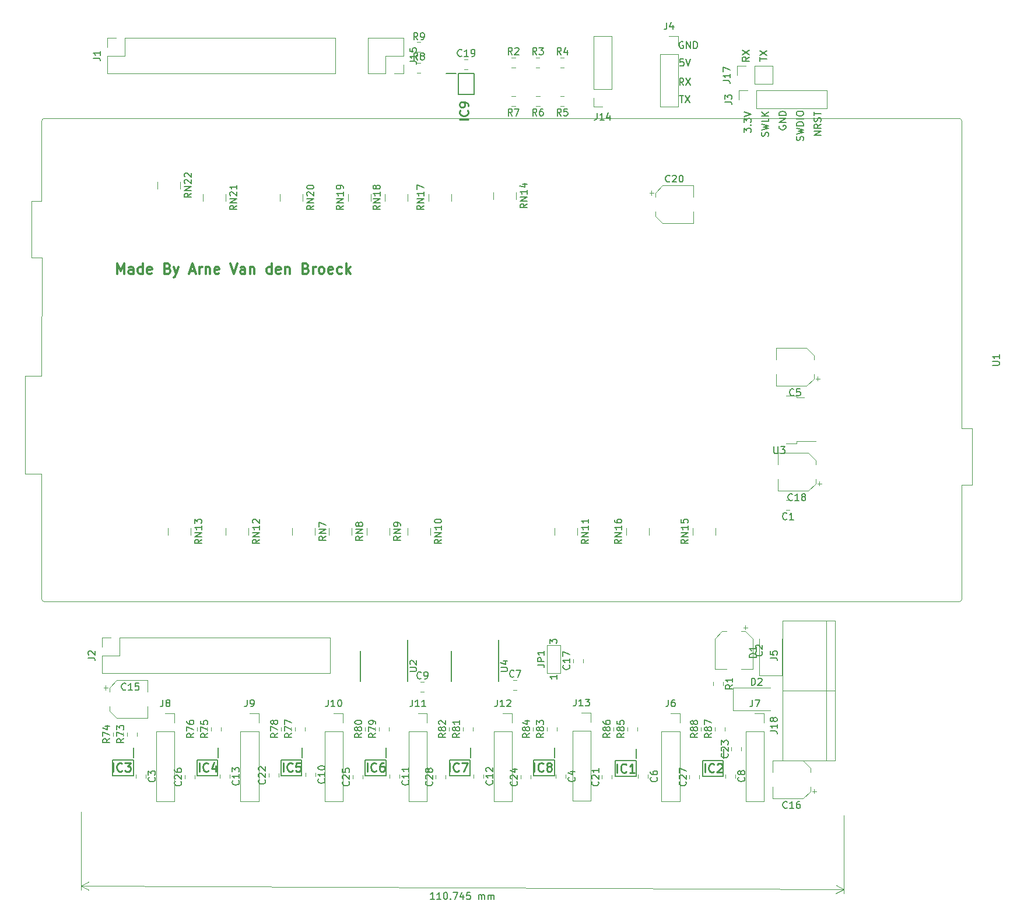
<source format=gbr>
G04 #@! TF.GenerationSoftware,KiCad,Pcbnew,(5.1.5)-3*
G04 #@! TF.CreationDate,2020-07-04T04:53:42+02:00*
G04 #@! TF.ProjectId,mixer,6d697865-722e-46b6-9963-61645f706362,rev?*
G04 #@! TF.SameCoordinates,Original*
G04 #@! TF.FileFunction,Legend,Top*
G04 #@! TF.FilePolarity,Positive*
%FSLAX46Y46*%
G04 Gerber Fmt 4.6, Leading zero omitted, Abs format (unit mm)*
G04 Created by KiCad (PCBNEW (5.1.5)-3) date 2020-07-04 04:53:42*
%MOMM*%
%LPD*%
G04 APERTURE LIST*
%ADD10C,0.150000*%
%ADD11C,0.300000*%
%ADD12C,0.120000*%
%ADD13C,0.200000*%
%ADD14C,0.254000*%
G04 APERTURE END LIST*
D10*
X177038095Y-210066000D02*
X176942857Y-210018380D01*
X176800000Y-210018380D01*
X176657142Y-210066000D01*
X176561904Y-210161238D01*
X176514285Y-210256476D01*
X176466666Y-210446952D01*
X176466666Y-210589809D01*
X176514285Y-210780285D01*
X176561904Y-210875523D01*
X176657142Y-210970761D01*
X176800000Y-211018380D01*
X176895238Y-211018380D01*
X177038095Y-210970761D01*
X177085714Y-210923142D01*
X177085714Y-210589809D01*
X176895238Y-210589809D01*
X177514285Y-211018380D02*
X177514285Y-210018380D01*
X178085714Y-211018380D01*
X178085714Y-210018380D01*
X178561904Y-211018380D02*
X178561904Y-210018380D01*
X178800000Y-210018380D01*
X178942857Y-210066000D01*
X179038095Y-210161238D01*
X179085714Y-210256476D01*
X179133333Y-210446952D01*
X179133333Y-210589809D01*
X179085714Y-210780285D01*
X179038095Y-210875523D01*
X178942857Y-210970761D01*
X178800000Y-211018380D01*
X178561904Y-211018380D01*
X177101523Y-212558380D02*
X176625333Y-212558380D01*
X176577714Y-213034571D01*
X176625333Y-212986952D01*
X176720571Y-212939333D01*
X176958666Y-212939333D01*
X177053904Y-212986952D01*
X177101523Y-213034571D01*
X177149142Y-213129809D01*
X177149142Y-213367904D01*
X177101523Y-213463142D01*
X177053904Y-213510761D01*
X176958666Y-213558380D01*
X176720571Y-213558380D01*
X176625333Y-213510761D01*
X176577714Y-213463142D01*
X177434857Y-212558380D02*
X177768190Y-213558380D01*
X178101523Y-212558380D01*
X177125333Y-216352380D02*
X176792000Y-215876190D01*
X176553904Y-216352380D02*
X176553904Y-215352380D01*
X176934857Y-215352380D01*
X177030095Y-215400000D01*
X177077714Y-215447619D01*
X177125333Y-215542857D01*
X177125333Y-215685714D01*
X177077714Y-215780952D01*
X177030095Y-215828571D01*
X176934857Y-215876190D01*
X176553904Y-215876190D01*
X177458666Y-215352380D02*
X178125333Y-216352380D01*
X178125333Y-215352380D02*
X177458666Y-216352380D01*
X176530095Y-217892380D02*
X177101523Y-217892380D01*
X176815809Y-218892380D02*
X176815809Y-217892380D01*
X177339619Y-217892380D02*
X178006285Y-218892380D01*
X178006285Y-217892380D02*
X177339619Y-218892380D01*
X188174380Y-212851904D02*
X188174380Y-212280476D01*
X189174380Y-212566190D02*
X188174380Y-212566190D01*
X188174380Y-212042380D02*
X189174380Y-211375714D01*
X188174380Y-211375714D02*
X189174380Y-212042380D01*
X186634380Y-212256666D02*
X186158190Y-212590000D01*
X186634380Y-212828095D02*
X185634380Y-212828095D01*
X185634380Y-212447142D01*
X185682000Y-212351904D01*
X185729619Y-212304285D01*
X185824857Y-212256666D01*
X185967714Y-212256666D01*
X186062952Y-212304285D01*
X186110571Y-212351904D01*
X186158190Y-212447142D01*
X186158190Y-212828095D01*
X185634380Y-211923333D02*
X186634380Y-211256666D01*
X185634380Y-211256666D02*
X186634380Y-211923333D01*
X197048380Y-223638857D02*
X196048380Y-223638857D01*
X197048380Y-223067428D01*
X196048380Y-223067428D01*
X197048380Y-222019809D02*
X196572190Y-222353142D01*
X197048380Y-222591238D02*
X196048380Y-222591238D01*
X196048380Y-222210285D01*
X196096000Y-222115047D01*
X196143619Y-222067428D01*
X196238857Y-222019809D01*
X196381714Y-222019809D01*
X196476952Y-222067428D01*
X196524571Y-222115047D01*
X196572190Y-222210285D01*
X196572190Y-222591238D01*
X197000761Y-221638857D02*
X197048380Y-221496000D01*
X197048380Y-221257904D01*
X197000761Y-221162666D01*
X196953142Y-221115047D01*
X196857904Y-221067428D01*
X196762666Y-221067428D01*
X196667428Y-221115047D01*
X196619809Y-221162666D01*
X196572190Y-221257904D01*
X196524571Y-221448380D01*
X196476952Y-221543619D01*
X196429333Y-221591238D01*
X196334095Y-221638857D01*
X196238857Y-221638857D01*
X196143619Y-221591238D01*
X196096000Y-221543619D01*
X196048380Y-221448380D01*
X196048380Y-221210285D01*
X196096000Y-221067428D01*
X196048380Y-220781714D02*
X196048380Y-220210285D01*
X197048380Y-220496000D02*
X196048380Y-220496000D01*
X194460761Y-224369047D02*
X194508380Y-224226190D01*
X194508380Y-223988095D01*
X194460761Y-223892857D01*
X194413142Y-223845238D01*
X194317904Y-223797619D01*
X194222666Y-223797619D01*
X194127428Y-223845238D01*
X194079809Y-223892857D01*
X194032190Y-223988095D01*
X193984571Y-224178571D01*
X193936952Y-224273809D01*
X193889333Y-224321428D01*
X193794095Y-224369047D01*
X193698857Y-224369047D01*
X193603619Y-224321428D01*
X193556000Y-224273809D01*
X193508380Y-224178571D01*
X193508380Y-223940476D01*
X193556000Y-223797619D01*
X193508380Y-223464285D02*
X194508380Y-223226190D01*
X193794095Y-223035714D01*
X194508380Y-222845238D01*
X193508380Y-222607142D01*
X194508380Y-222226190D02*
X193508380Y-222226190D01*
X193508380Y-221988095D01*
X193556000Y-221845238D01*
X193651238Y-221750000D01*
X193746476Y-221702380D01*
X193936952Y-221654761D01*
X194079809Y-221654761D01*
X194270285Y-221702380D01*
X194365523Y-221750000D01*
X194460761Y-221845238D01*
X194508380Y-221988095D01*
X194508380Y-222226190D01*
X194508380Y-221226190D02*
X193508380Y-221226190D01*
X193508380Y-220559523D02*
X193508380Y-220369047D01*
X193556000Y-220273809D01*
X193651238Y-220178571D01*
X193841714Y-220130952D01*
X194175047Y-220130952D01*
X194365523Y-220178571D01*
X194460761Y-220273809D01*
X194508380Y-220369047D01*
X194508380Y-220559523D01*
X194460761Y-220654761D01*
X194365523Y-220750000D01*
X194175047Y-220797619D01*
X193841714Y-220797619D01*
X193651238Y-220750000D01*
X193556000Y-220654761D01*
X193508380Y-220559523D01*
X191016000Y-222249904D02*
X190968380Y-222345142D01*
X190968380Y-222488000D01*
X191016000Y-222630857D01*
X191111238Y-222726095D01*
X191206476Y-222773714D01*
X191396952Y-222821333D01*
X191539809Y-222821333D01*
X191730285Y-222773714D01*
X191825523Y-222726095D01*
X191920761Y-222630857D01*
X191968380Y-222488000D01*
X191968380Y-222392761D01*
X191920761Y-222249904D01*
X191873142Y-222202285D01*
X191539809Y-222202285D01*
X191539809Y-222392761D01*
X191968380Y-221773714D02*
X190968380Y-221773714D01*
X191968380Y-221202285D01*
X190968380Y-221202285D01*
X191968380Y-220726095D02*
X190968380Y-220726095D01*
X190968380Y-220488000D01*
X191016000Y-220345142D01*
X191111238Y-220249904D01*
X191206476Y-220202285D01*
X191396952Y-220154666D01*
X191539809Y-220154666D01*
X191730285Y-220202285D01*
X191825523Y-220249904D01*
X191920761Y-220345142D01*
X191968380Y-220488000D01*
X191968380Y-220726095D01*
X189380761Y-223757904D02*
X189428380Y-223615047D01*
X189428380Y-223376952D01*
X189380761Y-223281714D01*
X189333142Y-223234095D01*
X189237904Y-223186476D01*
X189142666Y-223186476D01*
X189047428Y-223234095D01*
X188999809Y-223281714D01*
X188952190Y-223376952D01*
X188904571Y-223567428D01*
X188856952Y-223662666D01*
X188809333Y-223710285D01*
X188714095Y-223757904D01*
X188618857Y-223757904D01*
X188523619Y-223710285D01*
X188476000Y-223662666D01*
X188428380Y-223567428D01*
X188428380Y-223329333D01*
X188476000Y-223186476D01*
X188428380Y-222853142D02*
X189428380Y-222615047D01*
X188714095Y-222424571D01*
X189428380Y-222234095D01*
X188428380Y-221996000D01*
X189428380Y-221138857D02*
X189428380Y-221615047D01*
X188428380Y-221615047D01*
X189428380Y-220805523D02*
X188428380Y-220805523D01*
X189428380Y-220234095D02*
X188856952Y-220662666D01*
X188428380Y-220234095D02*
X188999809Y-220805523D01*
X185888380Y-223218190D02*
X185888380Y-222599142D01*
X186269333Y-222932476D01*
X186269333Y-222789619D01*
X186316952Y-222694380D01*
X186364571Y-222646761D01*
X186459809Y-222599142D01*
X186697904Y-222599142D01*
X186793142Y-222646761D01*
X186840761Y-222694380D01*
X186888380Y-222789619D01*
X186888380Y-223075333D01*
X186840761Y-223170571D01*
X186793142Y-223218190D01*
X186793142Y-222170571D02*
X186840761Y-222122952D01*
X186888380Y-222170571D01*
X186840761Y-222218190D01*
X186793142Y-222170571D01*
X186888380Y-222170571D01*
X185888380Y-221789619D02*
X185888380Y-221170571D01*
X186269333Y-221503904D01*
X186269333Y-221361047D01*
X186316952Y-221265809D01*
X186364571Y-221218190D01*
X186459809Y-221170571D01*
X186697904Y-221170571D01*
X186793142Y-221218190D01*
X186840761Y-221265809D01*
X186888380Y-221361047D01*
X186888380Y-221646761D01*
X186840761Y-221742000D01*
X186793142Y-221789619D01*
X185888380Y-220884857D02*
X186888380Y-220551523D01*
X185888380Y-220218190D01*
D11*
X94867142Y-243756571D02*
X94867142Y-242256571D01*
X95367142Y-243328000D01*
X95867142Y-242256571D01*
X95867142Y-243756571D01*
X97224285Y-243756571D02*
X97224285Y-242970857D01*
X97152857Y-242828000D01*
X97010000Y-242756571D01*
X96724285Y-242756571D01*
X96581428Y-242828000D01*
X97224285Y-243685142D02*
X97081428Y-243756571D01*
X96724285Y-243756571D01*
X96581428Y-243685142D01*
X96510000Y-243542285D01*
X96510000Y-243399428D01*
X96581428Y-243256571D01*
X96724285Y-243185142D01*
X97081428Y-243185142D01*
X97224285Y-243113714D01*
X98581428Y-243756571D02*
X98581428Y-242256571D01*
X98581428Y-243685142D02*
X98438571Y-243756571D01*
X98152857Y-243756571D01*
X98010000Y-243685142D01*
X97938571Y-243613714D01*
X97867142Y-243470857D01*
X97867142Y-243042285D01*
X97938571Y-242899428D01*
X98010000Y-242828000D01*
X98152857Y-242756571D01*
X98438571Y-242756571D01*
X98581428Y-242828000D01*
X99867142Y-243685142D02*
X99724285Y-243756571D01*
X99438571Y-243756571D01*
X99295714Y-243685142D01*
X99224285Y-243542285D01*
X99224285Y-242970857D01*
X99295714Y-242828000D01*
X99438571Y-242756571D01*
X99724285Y-242756571D01*
X99867142Y-242828000D01*
X99938571Y-242970857D01*
X99938571Y-243113714D01*
X99224285Y-243256571D01*
X102224285Y-242970857D02*
X102438571Y-243042285D01*
X102510000Y-243113714D01*
X102581428Y-243256571D01*
X102581428Y-243470857D01*
X102510000Y-243613714D01*
X102438571Y-243685142D01*
X102295714Y-243756571D01*
X101724285Y-243756571D01*
X101724285Y-242256571D01*
X102224285Y-242256571D01*
X102367142Y-242328000D01*
X102438571Y-242399428D01*
X102510000Y-242542285D01*
X102510000Y-242685142D01*
X102438571Y-242828000D01*
X102367142Y-242899428D01*
X102224285Y-242970857D01*
X101724285Y-242970857D01*
X103081428Y-242756571D02*
X103438571Y-243756571D01*
X103795714Y-242756571D02*
X103438571Y-243756571D01*
X103295714Y-244113714D01*
X103224285Y-244185142D01*
X103081428Y-244256571D01*
X105438571Y-243328000D02*
X106152857Y-243328000D01*
X105295714Y-243756571D02*
X105795714Y-242256571D01*
X106295714Y-243756571D01*
X106795714Y-243756571D02*
X106795714Y-242756571D01*
X106795714Y-243042285D02*
X106867142Y-242899428D01*
X106938571Y-242828000D01*
X107081428Y-242756571D01*
X107224285Y-242756571D01*
X107724285Y-242756571D02*
X107724285Y-243756571D01*
X107724285Y-242899428D02*
X107795714Y-242828000D01*
X107938571Y-242756571D01*
X108152857Y-242756571D01*
X108295714Y-242828000D01*
X108367142Y-242970857D01*
X108367142Y-243756571D01*
X109652857Y-243685142D02*
X109510000Y-243756571D01*
X109224285Y-243756571D01*
X109081428Y-243685142D01*
X109010000Y-243542285D01*
X109010000Y-242970857D01*
X109081428Y-242828000D01*
X109224285Y-242756571D01*
X109510000Y-242756571D01*
X109652857Y-242828000D01*
X109724285Y-242970857D01*
X109724285Y-243113714D01*
X109010000Y-243256571D01*
X111295714Y-242256571D02*
X111795714Y-243756571D01*
X112295714Y-242256571D01*
X113438571Y-243756571D02*
X113438571Y-242970857D01*
X113367142Y-242828000D01*
X113224285Y-242756571D01*
X112938571Y-242756571D01*
X112795714Y-242828000D01*
X113438571Y-243685142D02*
X113295714Y-243756571D01*
X112938571Y-243756571D01*
X112795714Y-243685142D01*
X112724285Y-243542285D01*
X112724285Y-243399428D01*
X112795714Y-243256571D01*
X112938571Y-243185142D01*
X113295714Y-243185142D01*
X113438571Y-243113714D01*
X114152857Y-242756571D02*
X114152857Y-243756571D01*
X114152857Y-242899428D02*
X114224285Y-242828000D01*
X114367142Y-242756571D01*
X114581428Y-242756571D01*
X114724285Y-242828000D01*
X114795714Y-242970857D01*
X114795714Y-243756571D01*
X117295714Y-243756571D02*
X117295714Y-242256571D01*
X117295714Y-243685142D02*
X117152857Y-243756571D01*
X116867142Y-243756571D01*
X116724285Y-243685142D01*
X116652857Y-243613714D01*
X116581428Y-243470857D01*
X116581428Y-243042285D01*
X116652857Y-242899428D01*
X116724285Y-242828000D01*
X116867142Y-242756571D01*
X117152857Y-242756571D01*
X117295714Y-242828000D01*
X118581428Y-243685142D02*
X118438571Y-243756571D01*
X118152857Y-243756571D01*
X118010000Y-243685142D01*
X117938571Y-243542285D01*
X117938571Y-242970857D01*
X118010000Y-242828000D01*
X118152857Y-242756571D01*
X118438571Y-242756571D01*
X118581428Y-242828000D01*
X118652857Y-242970857D01*
X118652857Y-243113714D01*
X117938571Y-243256571D01*
X119295714Y-242756571D02*
X119295714Y-243756571D01*
X119295714Y-242899428D02*
X119367142Y-242828000D01*
X119510000Y-242756571D01*
X119724285Y-242756571D01*
X119867142Y-242828000D01*
X119938571Y-242970857D01*
X119938571Y-243756571D01*
X122295714Y-242970857D02*
X122510000Y-243042285D01*
X122581428Y-243113714D01*
X122652857Y-243256571D01*
X122652857Y-243470857D01*
X122581428Y-243613714D01*
X122510000Y-243685142D01*
X122367142Y-243756571D01*
X121795714Y-243756571D01*
X121795714Y-242256571D01*
X122295714Y-242256571D01*
X122438571Y-242328000D01*
X122510000Y-242399428D01*
X122581428Y-242542285D01*
X122581428Y-242685142D01*
X122510000Y-242828000D01*
X122438571Y-242899428D01*
X122295714Y-242970857D01*
X121795714Y-242970857D01*
X123295714Y-243756571D02*
X123295714Y-242756571D01*
X123295714Y-243042285D02*
X123367142Y-242899428D01*
X123438571Y-242828000D01*
X123581428Y-242756571D01*
X123724285Y-242756571D01*
X124438571Y-243756571D02*
X124295714Y-243685142D01*
X124224285Y-243613714D01*
X124152857Y-243470857D01*
X124152857Y-243042285D01*
X124224285Y-242899428D01*
X124295714Y-242828000D01*
X124438571Y-242756571D01*
X124652857Y-242756571D01*
X124795714Y-242828000D01*
X124867142Y-242899428D01*
X124938571Y-243042285D01*
X124938571Y-243470857D01*
X124867142Y-243613714D01*
X124795714Y-243685142D01*
X124652857Y-243756571D01*
X124438571Y-243756571D01*
X126152857Y-243685142D02*
X126010000Y-243756571D01*
X125724285Y-243756571D01*
X125581428Y-243685142D01*
X125510000Y-243542285D01*
X125510000Y-242970857D01*
X125581428Y-242828000D01*
X125724285Y-242756571D01*
X126010000Y-242756571D01*
X126152857Y-242828000D01*
X126224285Y-242970857D01*
X126224285Y-243113714D01*
X125510000Y-243256571D01*
X127510000Y-243685142D02*
X127367142Y-243756571D01*
X127081428Y-243756571D01*
X126938571Y-243685142D01*
X126867142Y-243613714D01*
X126795714Y-243470857D01*
X126795714Y-243042285D01*
X126867142Y-242899428D01*
X126938571Y-242828000D01*
X127081428Y-242756571D01*
X127367142Y-242756571D01*
X127510000Y-242828000D01*
X128152857Y-243756571D02*
X128152857Y-242256571D01*
X128295714Y-243185142D02*
X128724285Y-243756571D01*
X128724285Y-242756571D02*
X128152857Y-243328000D01*
D10*
X140929373Y-334617175D02*
X140357950Y-334614554D01*
X140643662Y-334615864D02*
X140648249Y-333615875D01*
X140552356Y-333758294D01*
X140456682Y-333853094D01*
X140361227Y-333900275D01*
X141881744Y-334621544D02*
X141310321Y-334618922D01*
X141596033Y-334620233D02*
X141600620Y-333620243D01*
X141504727Y-333762662D01*
X141409053Y-333857462D01*
X141313598Y-333904644D01*
X142505372Y-333624394D02*
X142600609Y-333624831D01*
X142695628Y-333672886D01*
X142743028Y-333720723D01*
X142790210Y-333816178D01*
X142836954Y-334006871D01*
X142835862Y-334244964D01*
X142787370Y-334435220D01*
X142739315Y-334530238D01*
X142691478Y-334577638D01*
X142596022Y-334624820D01*
X142500785Y-334624383D01*
X142405766Y-334576328D01*
X142358366Y-334528491D01*
X142311185Y-334433035D01*
X142264440Y-334242343D01*
X142265532Y-334004250D01*
X142314024Y-333813994D01*
X142362080Y-333718975D01*
X142409917Y-333671575D01*
X142505372Y-333624394D01*
X143263119Y-334532641D02*
X143310519Y-334580478D01*
X143262682Y-334627878D01*
X143215282Y-334580041D01*
X143263119Y-334532641D01*
X143262682Y-334627878D01*
X143648217Y-333629636D02*
X144314877Y-333632694D01*
X143881723Y-334630718D01*
X145122863Y-333969737D02*
X145119805Y-334636397D01*
X144886518Y-333587697D02*
X144645149Y-334300883D01*
X145264190Y-334303722D01*
X146124382Y-333640995D02*
X145648196Y-333638810D01*
X145598393Y-334114777D01*
X145646230Y-334067377D01*
X145741686Y-334020196D01*
X145979778Y-334021288D01*
X146074797Y-334069343D01*
X146122197Y-334117180D01*
X146169379Y-334212636D01*
X146168287Y-334450728D01*
X146120231Y-334545747D01*
X146072394Y-334593147D01*
X145976939Y-334640329D01*
X145738846Y-334639237D01*
X145643827Y-334591181D01*
X145596427Y-334543344D01*
X147357877Y-334646663D02*
X147360935Y-333980004D01*
X147360498Y-334075241D02*
X147408335Y-334027841D01*
X147503790Y-333980659D01*
X147646646Y-333981314D01*
X147741665Y-334029370D01*
X147788846Y-334124825D01*
X147786444Y-334648629D01*
X147788846Y-334124825D02*
X147836902Y-334029807D01*
X147932357Y-333982625D01*
X148075213Y-333983280D01*
X148170232Y-334031336D01*
X148217413Y-334126791D01*
X148215011Y-334650595D01*
X148691196Y-334652780D02*
X148694254Y-333986120D01*
X148693817Y-334081357D02*
X148741654Y-334033957D01*
X148837110Y-333986775D01*
X148979965Y-333987430D01*
X149074984Y-334035486D01*
X149122166Y-334130941D01*
X149119763Y-334654745D01*
X149122166Y-334130941D02*
X149170221Y-334035923D01*
X149265677Y-333988741D01*
X149408532Y-333989396D01*
X149503551Y-334037452D01*
X149550733Y-334132907D01*
X149548330Y-334656711D01*
D12*
X89612851Y-332659379D02*
X200356851Y-333167379D01*
X89662000Y-321945000D02*
X89610161Y-333245794D01*
X200406000Y-322453000D02*
X200354161Y-333753794D01*
X200356851Y-333167379D02*
X199227669Y-333748626D01*
X200356851Y-333167379D02*
X199233049Y-332575797D01*
X89612851Y-332659379D02*
X90736653Y-333250961D01*
X89612851Y-332659379D02*
X90742033Y-332078132D01*
X142569000Y-317126252D02*
X142569000Y-316603748D01*
X141149000Y-317126252D02*
X141149000Y-316603748D01*
X179399000Y-317135252D02*
X179399000Y-316612748D01*
X177979000Y-317135252D02*
X177979000Y-316612748D01*
X106120000Y-317126252D02*
X106120000Y-316603748D01*
X104700000Y-317126252D02*
X104700000Y-316603748D01*
X130504000Y-317135252D02*
X130504000Y-316612748D01*
X129084000Y-317135252D02*
X129084000Y-316612748D01*
X154888000Y-317135252D02*
X154888000Y-316612748D01*
X153468000Y-317135252D02*
X153468000Y-316612748D01*
X185495000Y-313062252D02*
X185495000Y-312539748D01*
X184075000Y-313062252D02*
X184075000Y-312539748D01*
X118312000Y-316863252D02*
X118312000Y-316340748D01*
X116892000Y-316863252D02*
X116892000Y-316340748D01*
X166699000Y-317135252D02*
X166699000Y-316612748D01*
X165279000Y-317135252D02*
X165279000Y-316612748D01*
X97738000Y-310903252D02*
X97738000Y-310380748D01*
X96318000Y-310903252D02*
X96318000Y-310380748D01*
X97588000Y-316485748D02*
X97588000Y-317008252D01*
X99008000Y-316485748D02*
X99008000Y-317008252D01*
X152810000Y-232910000D02*
X152810000Y-231910000D01*
X149450000Y-232910000D02*
X149450000Y-231910000D01*
X105566000Y-281678000D02*
X105566000Y-280678000D01*
X102206000Y-281678000D02*
X102206000Y-280678000D01*
X128934000Y-281678000D02*
X128934000Y-280678000D01*
X125574000Y-281678000D02*
X125574000Y-280678000D01*
X193478000Y-261742000D02*
X194578000Y-261742000D01*
X193478000Y-261472000D02*
X193478000Y-261742000D01*
X191978000Y-261472000D02*
X193478000Y-261472000D01*
X193478000Y-268102000D02*
X196308000Y-268102000D01*
X193478000Y-268372000D02*
X193478000Y-268102000D01*
X191978000Y-268372000D02*
X193478000Y-268372000D01*
X181408000Y-303023748D02*
X181408000Y-303546252D01*
X182828000Y-303023748D02*
X182828000Y-303546252D01*
X157242000Y-301770000D02*
X157242000Y-297670000D01*
X157242000Y-297670000D02*
X159242000Y-297670000D01*
X159242000Y-297670000D02*
X159242000Y-301770000D01*
X159242000Y-301770000D02*
X157242000Y-301770000D01*
X199136000Y-314452000D02*
X199136000Y-304292000D01*
X191516000Y-314452000D02*
X199136000Y-314452000D01*
X191516000Y-304292000D02*
X191516000Y-314452000D01*
X199136000Y-304292000D02*
X191516000Y-304292000D01*
X197866000Y-304292000D02*
X197866000Y-314452000D01*
X184306000Y-303912000D02*
X189706000Y-303912000D01*
X184306000Y-307212000D02*
X189706000Y-307212000D01*
X184306000Y-303912000D02*
X184306000Y-307212000D01*
X172455500Y-231682500D02*
X172455500Y-232307500D01*
X172143000Y-231995000D02*
X172768000Y-231995000D01*
X173008000Y-235375563D02*
X174072437Y-236440000D01*
X173008000Y-231984437D02*
X174072437Y-230920000D01*
X173008000Y-231984437D02*
X173008000Y-232620000D01*
X173008000Y-235375563D02*
X173008000Y-234740000D01*
X174072437Y-236440000D02*
X178528000Y-236440000D01*
X174072437Y-230920000D02*
X178528000Y-230920000D01*
X178528000Y-230920000D02*
X178528000Y-232620000D01*
X178528000Y-236440000D02*
X178528000Y-234740000D01*
X170486000Y-316485748D02*
X170486000Y-317008252D01*
X171906000Y-316485748D02*
X171906000Y-317008252D01*
X196606500Y-259299500D02*
X196606500Y-258674500D01*
X196919000Y-258987000D02*
X196294000Y-258987000D01*
X196054000Y-255606437D02*
X194989563Y-254542000D01*
X196054000Y-258997563D02*
X194989563Y-260062000D01*
X196054000Y-258997563D02*
X196054000Y-258362000D01*
X196054000Y-255606437D02*
X196054000Y-256242000D01*
X194989563Y-254542000D02*
X190534000Y-254542000D01*
X194989563Y-260062000D02*
X190534000Y-260062000D01*
X190534000Y-260062000D02*
X190534000Y-258362000D01*
X190534000Y-254542000D02*
X190534000Y-256242000D01*
X186401500Y-295137500D02*
X185776500Y-295137500D01*
X186089000Y-294825000D02*
X186089000Y-295450000D01*
X182708437Y-295690000D02*
X181644000Y-296754437D01*
X186099563Y-295690000D02*
X187164000Y-296754437D01*
X186099563Y-295690000D02*
X185464000Y-295690000D01*
X182708437Y-295690000D02*
X183344000Y-295690000D01*
X181644000Y-296754437D02*
X181644000Y-301210000D01*
X187164000Y-296754437D02*
X187164000Y-301210000D01*
X187164000Y-301210000D02*
X185464000Y-301210000D01*
X181644000Y-301210000D02*
X183344000Y-301210000D01*
X192530252Y-276658000D02*
X192007748Y-276658000D01*
X192530252Y-278078000D02*
X192007748Y-278078000D01*
X196860500Y-274539500D02*
X196860500Y-273914500D01*
X197173000Y-274227000D02*
X196548000Y-274227000D01*
X196308000Y-270846437D02*
X195243563Y-269782000D01*
X196308000Y-274237563D02*
X195243563Y-275302000D01*
X196308000Y-274237563D02*
X196308000Y-273602000D01*
X196308000Y-270846437D02*
X196308000Y-271482000D01*
X195243563Y-269782000D02*
X190788000Y-269782000D01*
X195243563Y-275302000D02*
X190788000Y-275302000D01*
X190788000Y-275302000D02*
X190788000Y-273602000D01*
X190788000Y-269782000D02*
X190788000Y-271482000D01*
X184852000Y-214884000D02*
X184852000Y-213554000D01*
X184852000Y-213554000D02*
X186182000Y-213554000D01*
X187452000Y-213554000D02*
X190052000Y-213554000D01*
X190052000Y-216214000D02*
X190052000Y-213554000D01*
X187452000Y-216214000D02*
X190052000Y-216214000D01*
X187452000Y-216214000D02*
X187452000Y-213554000D01*
X185106000Y-218440000D02*
X185106000Y-217110000D01*
X185106000Y-217110000D02*
X186436000Y-217110000D01*
X187706000Y-217110000D02*
X197926000Y-217110000D01*
X197926000Y-219770000D02*
X197926000Y-217110000D01*
X187706000Y-219770000D02*
X197926000Y-219770000D01*
X187706000Y-219770000D02*
X187706000Y-217110000D01*
X217514000Y-274396000D02*
X217514000Y-290986000D01*
X219024000Y-274396000D02*
X217514000Y-274396000D01*
X219024000Y-266176000D02*
X219024000Y-274396000D01*
X217514000Y-266176000D02*
X219024000Y-266176000D01*
X82404000Y-241396000D02*
X83924000Y-241396000D01*
X82404000Y-233176000D02*
X82404000Y-241396000D01*
X83914000Y-233176000D02*
X82404000Y-233176000D01*
X83914000Y-258576000D02*
X83924000Y-241396000D01*
X83914000Y-233176000D02*
X83914000Y-221586000D01*
X81464000Y-258576000D02*
X83914000Y-258576000D01*
X81464000Y-272796000D02*
X81464000Y-258576000D01*
X83914000Y-272796000D02*
X81464000Y-272796000D01*
X217114000Y-221186000D02*
X84314000Y-221186000D01*
X217514000Y-266176000D02*
X217514000Y-221586000D01*
X84314000Y-291386000D02*
X217114000Y-291386000D01*
X83914000Y-272796000D02*
X83914000Y-290986000D01*
X83914000Y-290986000D02*
G75*
G03X84314000Y-291386000I400000J0D01*
G01*
X84314000Y-221186000D02*
G75*
G03X83914000Y-221586000I0J-400000D01*
G01*
X217514000Y-221586000D02*
G75*
G03X217114000Y-221186000I-400000J0D01*
G01*
X217114000Y-291386000D02*
G75*
G03X217514000Y-290986000I0J400000D01*
G01*
X199136000Y-304292000D02*
X199136000Y-294132000D01*
X191516000Y-304292000D02*
X199136000Y-304292000D01*
X191516000Y-294132000D02*
X191516000Y-304292000D01*
X199136000Y-294132000D02*
X191516000Y-294132000D01*
X197866000Y-294132000D02*
X197866000Y-304292000D01*
X138413748Y-211530000D02*
X138936252Y-211530000D01*
X138413748Y-210110000D02*
X138936252Y-210110000D01*
X136458000Y-213360000D02*
X136458000Y-214690000D01*
X136458000Y-214690000D02*
X135128000Y-214690000D01*
X136458000Y-212090000D02*
X133858000Y-212090000D01*
X133858000Y-212090000D02*
X133858000Y-214690000D01*
X133858000Y-214690000D02*
X131258000Y-214690000D01*
X131258000Y-209490000D02*
X131258000Y-214690000D01*
X136458000Y-209490000D02*
X131258000Y-209490000D01*
X136458000Y-209490000D02*
X136458000Y-212090000D01*
X175006000Y-209236000D02*
X176336000Y-209236000D01*
X176336000Y-209236000D02*
X176336000Y-210566000D01*
X176336000Y-211836000D02*
X176336000Y-219516000D01*
X173676000Y-219516000D02*
X176336000Y-219516000D01*
X173676000Y-211836000D02*
X173676000Y-219516000D01*
X173676000Y-211836000D02*
X176336000Y-211836000D01*
X162508000Y-300226252D02*
X162508000Y-299703748D01*
X161088000Y-300226252D02*
X161088000Y-299703748D01*
X196098500Y-319243500D02*
X196098500Y-318618500D01*
X196411000Y-318931000D02*
X195786000Y-318931000D01*
X195546000Y-315550437D02*
X194481563Y-314486000D01*
X195546000Y-318941563D02*
X194481563Y-320006000D01*
X195546000Y-318941563D02*
X195546000Y-318306000D01*
X195546000Y-315550437D02*
X195546000Y-316186000D01*
X194481563Y-314486000D02*
X190026000Y-314486000D01*
X194481563Y-320006000D02*
X190026000Y-320006000D01*
X190026000Y-320006000D02*
X190026000Y-318306000D01*
X190026000Y-314486000D02*
X190026000Y-316186000D01*
X93207500Y-303564500D02*
X93207500Y-304189500D01*
X92895000Y-303877000D02*
X93520000Y-303877000D01*
X93760000Y-307257563D02*
X94824437Y-308322000D01*
X93760000Y-303866437D02*
X94824437Y-302802000D01*
X93760000Y-303866437D02*
X93760000Y-304502000D01*
X93760000Y-307257563D02*
X93760000Y-306622000D01*
X94824437Y-308322000D02*
X99280000Y-308322000D01*
X94824437Y-302802000D02*
X99280000Y-302802000D01*
X99280000Y-302802000D02*
X99280000Y-304502000D01*
X99280000Y-308322000D02*
X99280000Y-306622000D01*
X109780000Y-316485748D02*
X109780000Y-317008252D01*
X111200000Y-316485748D02*
X111200000Y-317008252D01*
X146610000Y-316467748D02*
X146610000Y-316990252D01*
X148030000Y-316467748D02*
X148030000Y-316990252D01*
X134418000Y-316485748D02*
X134418000Y-317008252D01*
X135838000Y-316485748D02*
X135838000Y-317008252D01*
X122226000Y-316231748D02*
X122226000Y-316754252D01*
X123646000Y-316231748D02*
X123646000Y-316754252D01*
X138930748Y-304494000D02*
X139453252Y-304494000D01*
X138930748Y-303074000D02*
X139453252Y-303074000D01*
X183186000Y-316467748D02*
X183186000Y-316990252D01*
X184606000Y-316467748D02*
X184606000Y-316990252D01*
X152383748Y-304240000D02*
X152906252Y-304240000D01*
X152383748Y-302820000D02*
X152906252Y-302820000D01*
X158548000Y-316467748D02*
X158548000Y-316990252D01*
X159968000Y-316467748D02*
X159968000Y-316990252D01*
X138413748Y-214578000D02*
X138936252Y-214578000D01*
X138413748Y-213158000D02*
X138936252Y-213158000D01*
X152670252Y-217984000D02*
X152147748Y-217984000D01*
X152670252Y-219404000D02*
X152147748Y-219404000D01*
X156226252Y-217984000D02*
X155703748Y-217984000D01*
X156226252Y-219404000D02*
X155703748Y-219404000D01*
X159764252Y-217984000D02*
X159241748Y-217984000D01*
X159764252Y-219404000D02*
X159241748Y-219404000D01*
X159250748Y-213816000D02*
X159773252Y-213816000D01*
X159250748Y-212396000D02*
X159773252Y-212396000D01*
X155685748Y-213816000D02*
X156208252Y-213816000D01*
X155685748Y-212396000D02*
X156208252Y-212396000D01*
X152147748Y-213816000D02*
X152670252Y-213816000D01*
X152147748Y-212396000D02*
X152670252Y-212396000D01*
X165354000Y-219516000D02*
X164024000Y-219516000D01*
X164024000Y-219516000D02*
X164024000Y-218186000D01*
X164024000Y-216916000D02*
X164024000Y-209236000D01*
X166684000Y-209236000D02*
X164024000Y-209236000D01*
X166684000Y-216916000D02*
X166684000Y-209236000D01*
X166684000Y-216916000D02*
X164024000Y-216916000D01*
X145280748Y-214070000D02*
X145803252Y-214070000D01*
X145280748Y-212650000D02*
X145803252Y-212650000D01*
X188088000Y-302136000D02*
X188088000Y-296736000D01*
X191388000Y-302136000D02*
X191388000Y-296736000D01*
X188088000Y-302136000D02*
X191388000Y-302136000D01*
X104042000Y-231386000D02*
X104042000Y-230386000D01*
X100682000Y-231386000D02*
X100682000Y-230386000D01*
X110646000Y-233164000D02*
X110646000Y-232164000D01*
X107286000Y-233164000D02*
X107286000Y-232164000D01*
X121822000Y-233164000D02*
X121822000Y-232164000D01*
X118462000Y-233164000D02*
X118462000Y-232164000D01*
X128368000Y-232164000D02*
X128368000Y-233164000D01*
X131728000Y-232164000D02*
X131728000Y-233164000D01*
X133702000Y-232164000D02*
X133702000Y-233164000D01*
X137062000Y-232164000D02*
X137062000Y-233164000D01*
X140052000Y-232164000D02*
X140052000Y-233164000D01*
X143412000Y-232164000D02*
X143412000Y-233164000D01*
X168754000Y-280678000D02*
X168754000Y-281678000D01*
X172114000Y-280678000D02*
X172114000Y-281678000D01*
X178406000Y-280678000D02*
X178406000Y-281678000D01*
X181766000Y-280678000D02*
X181766000Y-281678000D01*
X113948000Y-281678000D02*
X113948000Y-280678000D01*
X110588000Y-281678000D02*
X110588000Y-280678000D01*
X161700000Y-281678000D02*
X161700000Y-280678000D01*
X158340000Y-281678000D02*
X158340000Y-280678000D01*
X140364000Y-281678000D02*
X140364000Y-280678000D01*
X137004000Y-281678000D02*
X137004000Y-280678000D01*
X134452000Y-281678000D02*
X134452000Y-280678000D01*
X131092000Y-281678000D02*
X131092000Y-280678000D01*
X123600000Y-281678000D02*
X123600000Y-280678000D01*
X120240000Y-281678000D02*
X120240000Y-280678000D01*
X181050000Y-310150252D02*
X181050000Y-309627748D01*
X179630000Y-310150252D02*
X179630000Y-309627748D01*
X183082000Y-310150252D02*
X183082000Y-309627748D01*
X181662000Y-310150252D02*
X181662000Y-309627748D01*
X168350000Y-310141252D02*
X168350000Y-309618748D01*
X166930000Y-310141252D02*
X166930000Y-309618748D01*
X170382000Y-310150252D02*
X170382000Y-309627748D01*
X168962000Y-310150252D02*
X168962000Y-309627748D01*
X156666000Y-310150252D02*
X156666000Y-309627748D01*
X155246000Y-310150252D02*
X155246000Y-309627748D01*
X158698000Y-310150252D02*
X158698000Y-309627748D01*
X157278000Y-310150252D02*
X157278000Y-309627748D01*
X144474000Y-310150252D02*
X144474000Y-309627748D01*
X143054000Y-310150252D02*
X143054000Y-309627748D01*
X146506000Y-310150252D02*
X146506000Y-309627748D01*
X145086000Y-310150252D02*
X145086000Y-309627748D01*
X132282000Y-310141252D02*
X132282000Y-309618748D01*
X130862000Y-310141252D02*
X130862000Y-309618748D01*
X134314000Y-310150252D02*
X134314000Y-309627748D01*
X132894000Y-310150252D02*
X132894000Y-309627748D01*
X120090000Y-310132252D02*
X120090000Y-309609748D01*
X118670000Y-310132252D02*
X118670000Y-309609748D01*
X122122000Y-310132252D02*
X122122000Y-309609748D01*
X120702000Y-310132252D02*
X120702000Y-309609748D01*
X107898000Y-310141252D02*
X107898000Y-309618748D01*
X106478000Y-310141252D02*
X106478000Y-309618748D01*
X109930000Y-310150252D02*
X109930000Y-309627748D01*
X108510000Y-310150252D02*
X108510000Y-309627748D01*
X95706000Y-310903252D02*
X95706000Y-310380748D01*
X94286000Y-310903252D02*
X94286000Y-310380748D01*
D10*
X150262000Y-296986000D02*
X150262000Y-302961000D01*
X143362000Y-298511000D02*
X143362000Y-302961000D01*
X137054000Y-296986000D02*
X137054000Y-302961000D01*
X130154000Y-298511000D02*
X130154000Y-302961000D01*
D12*
X162306000Y-307534000D02*
X163636000Y-307534000D01*
X163636000Y-307534000D02*
X163636000Y-308864000D01*
X163636000Y-310134000D02*
X163636000Y-320354000D01*
X160976000Y-320354000D02*
X163636000Y-320354000D01*
X160976000Y-310134000D02*
X160976000Y-320354000D01*
X160976000Y-310134000D02*
X163636000Y-310134000D01*
X150876000Y-307616360D02*
X152206000Y-307616360D01*
X152206000Y-307616360D02*
X152206000Y-308946360D01*
X152206000Y-310216360D02*
X152206000Y-320436360D01*
X149546000Y-320436360D02*
X152206000Y-320436360D01*
X149546000Y-310216360D02*
X149546000Y-320436360D01*
X149546000Y-310216360D02*
X152206000Y-310216360D01*
X138540000Y-307616360D02*
X139870000Y-307616360D01*
X139870000Y-307616360D02*
X139870000Y-308946360D01*
X139870000Y-310216360D02*
X139870000Y-320436360D01*
X137210000Y-320436360D02*
X139870000Y-320436360D01*
X137210000Y-310216360D02*
X137210000Y-320436360D01*
X137210000Y-310216360D02*
X139870000Y-310216360D01*
X126312000Y-307616360D02*
X127642000Y-307616360D01*
X127642000Y-307616360D02*
X127642000Y-308946360D01*
X127642000Y-310216360D02*
X127642000Y-320436360D01*
X124982000Y-320436360D02*
X127642000Y-320436360D01*
X124982000Y-310216360D02*
X124982000Y-320436360D01*
X124982000Y-310216360D02*
X127642000Y-310216360D01*
X114084000Y-307616360D02*
X115414000Y-307616360D01*
X115414000Y-307616360D02*
X115414000Y-308946360D01*
X115414000Y-310216360D02*
X115414000Y-320436360D01*
X112754000Y-320436360D02*
X115414000Y-320436360D01*
X112754000Y-310216360D02*
X112754000Y-320436360D01*
X112754000Y-310216360D02*
X115414000Y-310216360D01*
X101856000Y-307616360D02*
X103186000Y-307616360D01*
X103186000Y-307616360D02*
X103186000Y-308946360D01*
X103186000Y-310216360D02*
X103186000Y-320436360D01*
X100526000Y-320436360D02*
X103186000Y-320436360D01*
X100526000Y-310216360D02*
X100526000Y-320436360D01*
X100526000Y-310216360D02*
X103186000Y-310216360D01*
X187452000Y-307616360D02*
X188782000Y-307616360D01*
X188782000Y-307616360D02*
X188782000Y-308946360D01*
X188782000Y-310216360D02*
X188782000Y-320436360D01*
X186122000Y-320436360D02*
X188782000Y-320436360D01*
X186122000Y-310216360D02*
X186122000Y-320436360D01*
X186122000Y-310216360D02*
X188782000Y-310216360D01*
X175224000Y-307616360D02*
X176554000Y-307616360D01*
X176554000Y-307616360D02*
X176554000Y-308946360D01*
X176554000Y-310216360D02*
X176554000Y-320436360D01*
X173894000Y-320436360D02*
X176554000Y-320436360D01*
X173894000Y-310216360D02*
X173894000Y-320436360D01*
X173894000Y-310216360D02*
X176554000Y-310216360D01*
X92650000Y-297942000D02*
X92650000Y-296612000D01*
X92650000Y-296612000D02*
X93980000Y-296612000D01*
X92650000Y-299212000D02*
X95250000Y-299212000D01*
X95250000Y-299212000D02*
X95250000Y-296612000D01*
X95250000Y-296612000D02*
X125790000Y-296612000D01*
X125790000Y-301812000D02*
X125790000Y-296612000D01*
X92650000Y-301812000D02*
X125790000Y-301812000D01*
X92650000Y-301812000D02*
X92650000Y-299212000D01*
X93412000Y-210820000D02*
X93412000Y-209490000D01*
X93412000Y-209490000D02*
X94742000Y-209490000D01*
X93412000Y-212090000D02*
X96012000Y-212090000D01*
X96012000Y-212090000D02*
X96012000Y-209490000D01*
X96012000Y-209490000D02*
X126552000Y-209490000D01*
X126552000Y-214690000D02*
X126552000Y-209490000D01*
X93412000Y-214690000D02*
X126552000Y-214690000D01*
X93412000Y-214690000D02*
X93412000Y-212090000D01*
D13*
X142642000Y-214654000D02*
X144042000Y-214654000D01*
X144392000Y-217654000D02*
X144392000Y-214654000D01*
X146692000Y-217654000D02*
X144392000Y-217654000D01*
X146692000Y-214654000D02*
X146692000Y-217654000D01*
X144392000Y-214654000D02*
X146692000Y-214654000D01*
X121723000Y-312620360D02*
X121723000Y-314020360D01*
X118673000Y-314370360D02*
X121673000Y-314370360D01*
X118673000Y-316670360D02*
X118673000Y-314370360D01*
X121673000Y-316670360D02*
X118673000Y-316670360D01*
X121673000Y-314370360D02*
X121673000Y-316670360D01*
X97267000Y-312620360D02*
X97267000Y-314020360D01*
X94217000Y-314370360D02*
X97217000Y-314370360D01*
X94217000Y-316670360D02*
X94217000Y-314370360D01*
X97217000Y-316670360D02*
X94217000Y-316670360D01*
X97217000Y-314370360D02*
X97217000Y-316670360D01*
X170247000Y-312736000D02*
X170247000Y-314136000D01*
X167197000Y-314486000D02*
X170197000Y-314486000D01*
X167197000Y-316786000D02*
X167197000Y-314486000D01*
X170197000Y-316786000D02*
X167197000Y-316786000D01*
X170197000Y-314486000D02*
X170197000Y-316786000D01*
X182906000Y-312736000D02*
X182906000Y-314136000D01*
X179856000Y-314486000D02*
X182856000Y-314486000D01*
X179856000Y-316786000D02*
X179856000Y-314486000D01*
X182856000Y-316786000D02*
X179856000Y-316786000D01*
X182856000Y-314486000D02*
X182856000Y-316786000D01*
X109495000Y-312620360D02*
X109495000Y-314020360D01*
X106445000Y-314370360D02*
X109445000Y-314370360D01*
X106445000Y-316670360D02*
X106445000Y-314370360D01*
X109445000Y-316670360D02*
X106445000Y-316670360D01*
X109445000Y-314370360D02*
X109445000Y-316670360D01*
X146179000Y-312620360D02*
X146179000Y-314020360D01*
X143129000Y-314370360D02*
X146129000Y-314370360D01*
X143129000Y-316670360D02*
X143129000Y-314370360D01*
X146129000Y-316670360D02*
X143129000Y-316670360D01*
X146129000Y-314370360D02*
X146129000Y-316670360D01*
X133951000Y-312620360D02*
X133951000Y-314020360D01*
X130901000Y-314370360D02*
X133901000Y-314370360D01*
X130901000Y-316670360D02*
X130901000Y-314370360D01*
X133901000Y-316670360D02*
X130901000Y-316670360D01*
X133901000Y-314370360D02*
X133901000Y-316670360D01*
X158407000Y-312620360D02*
X158407000Y-314020360D01*
X155357000Y-314370360D02*
X158357000Y-314370360D01*
X155357000Y-316670360D02*
X155357000Y-314370360D01*
X158357000Y-316670360D02*
X155357000Y-316670360D01*
X158357000Y-314370360D02*
X158357000Y-316670360D01*
D10*
X140566142Y-317507857D02*
X140613761Y-317555476D01*
X140661380Y-317698333D01*
X140661380Y-317793571D01*
X140613761Y-317936428D01*
X140518523Y-318031666D01*
X140423285Y-318079285D01*
X140232809Y-318126904D01*
X140089952Y-318126904D01*
X139899476Y-318079285D01*
X139804238Y-318031666D01*
X139709000Y-317936428D01*
X139661380Y-317793571D01*
X139661380Y-317698333D01*
X139709000Y-317555476D01*
X139756619Y-317507857D01*
X139756619Y-317126904D02*
X139709000Y-317079285D01*
X139661380Y-316984047D01*
X139661380Y-316745952D01*
X139709000Y-316650714D01*
X139756619Y-316603095D01*
X139851857Y-316555476D01*
X139947095Y-316555476D01*
X140089952Y-316603095D01*
X140661380Y-317174523D01*
X140661380Y-316555476D01*
X140089952Y-315984047D02*
X140042333Y-316079285D01*
X139994714Y-316126904D01*
X139899476Y-316174523D01*
X139851857Y-316174523D01*
X139756619Y-316126904D01*
X139709000Y-316079285D01*
X139661380Y-315984047D01*
X139661380Y-315793571D01*
X139709000Y-315698333D01*
X139756619Y-315650714D01*
X139851857Y-315603095D01*
X139899476Y-315603095D01*
X139994714Y-315650714D01*
X140042333Y-315698333D01*
X140089952Y-315793571D01*
X140089952Y-315984047D01*
X140137571Y-316079285D01*
X140185190Y-316126904D01*
X140280428Y-316174523D01*
X140470904Y-316174523D01*
X140566142Y-316126904D01*
X140613761Y-316079285D01*
X140661380Y-315984047D01*
X140661380Y-315793571D01*
X140613761Y-315698333D01*
X140566142Y-315650714D01*
X140470904Y-315603095D01*
X140280428Y-315603095D01*
X140185190Y-315650714D01*
X140137571Y-315698333D01*
X140089952Y-315793571D01*
X177396142Y-317516857D02*
X177443761Y-317564476D01*
X177491380Y-317707333D01*
X177491380Y-317802571D01*
X177443761Y-317945428D01*
X177348523Y-318040666D01*
X177253285Y-318088285D01*
X177062809Y-318135904D01*
X176919952Y-318135904D01*
X176729476Y-318088285D01*
X176634238Y-318040666D01*
X176539000Y-317945428D01*
X176491380Y-317802571D01*
X176491380Y-317707333D01*
X176539000Y-317564476D01*
X176586619Y-317516857D01*
X176586619Y-317135904D02*
X176539000Y-317088285D01*
X176491380Y-316993047D01*
X176491380Y-316754952D01*
X176539000Y-316659714D01*
X176586619Y-316612095D01*
X176681857Y-316564476D01*
X176777095Y-316564476D01*
X176919952Y-316612095D01*
X177491380Y-317183523D01*
X177491380Y-316564476D01*
X176491380Y-316231142D02*
X176491380Y-315564476D01*
X177491380Y-315993047D01*
X104117142Y-317507857D02*
X104164761Y-317555476D01*
X104212380Y-317698333D01*
X104212380Y-317793571D01*
X104164761Y-317936428D01*
X104069523Y-318031666D01*
X103974285Y-318079285D01*
X103783809Y-318126904D01*
X103640952Y-318126904D01*
X103450476Y-318079285D01*
X103355238Y-318031666D01*
X103260000Y-317936428D01*
X103212380Y-317793571D01*
X103212380Y-317698333D01*
X103260000Y-317555476D01*
X103307619Y-317507857D01*
X103307619Y-317126904D02*
X103260000Y-317079285D01*
X103212380Y-316984047D01*
X103212380Y-316745952D01*
X103260000Y-316650714D01*
X103307619Y-316603095D01*
X103402857Y-316555476D01*
X103498095Y-316555476D01*
X103640952Y-316603095D01*
X104212380Y-317174523D01*
X104212380Y-316555476D01*
X103212380Y-315698333D02*
X103212380Y-315888809D01*
X103260000Y-315984047D01*
X103307619Y-316031666D01*
X103450476Y-316126904D01*
X103640952Y-316174523D01*
X104021904Y-316174523D01*
X104117142Y-316126904D01*
X104164761Y-316079285D01*
X104212380Y-315984047D01*
X104212380Y-315793571D01*
X104164761Y-315698333D01*
X104117142Y-315650714D01*
X104021904Y-315603095D01*
X103783809Y-315603095D01*
X103688571Y-315650714D01*
X103640952Y-315698333D01*
X103593333Y-315793571D01*
X103593333Y-315984047D01*
X103640952Y-316079285D01*
X103688571Y-316126904D01*
X103783809Y-316174523D01*
X128501142Y-317516857D02*
X128548761Y-317564476D01*
X128596380Y-317707333D01*
X128596380Y-317802571D01*
X128548761Y-317945428D01*
X128453523Y-318040666D01*
X128358285Y-318088285D01*
X128167809Y-318135904D01*
X128024952Y-318135904D01*
X127834476Y-318088285D01*
X127739238Y-318040666D01*
X127644000Y-317945428D01*
X127596380Y-317802571D01*
X127596380Y-317707333D01*
X127644000Y-317564476D01*
X127691619Y-317516857D01*
X127691619Y-317135904D02*
X127644000Y-317088285D01*
X127596380Y-316993047D01*
X127596380Y-316754952D01*
X127644000Y-316659714D01*
X127691619Y-316612095D01*
X127786857Y-316564476D01*
X127882095Y-316564476D01*
X128024952Y-316612095D01*
X128596380Y-317183523D01*
X128596380Y-316564476D01*
X127596380Y-315659714D02*
X127596380Y-316135904D01*
X128072571Y-316183523D01*
X128024952Y-316135904D01*
X127977333Y-316040666D01*
X127977333Y-315802571D01*
X128024952Y-315707333D01*
X128072571Y-315659714D01*
X128167809Y-315612095D01*
X128405904Y-315612095D01*
X128501142Y-315659714D01*
X128548761Y-315707333D01*
X128596380Y-315802571D01*
X128596380Y-316040666D01*
X128548761Y-316135904D01*
X128501142Y-316183523D01*
X152885142Y-317516857D02*
X152932761Y-317564476D01*
X152980380Y-317707333D01*
X152980380Y-317802571D01*
X152932761Y-317945428D01*
X152837523Y-318040666D01*
X152742285Y-318088285D01*
X152551809Y-318135904D01*
X152408952Y-318135904D01*
X152218476Y-318088285D01*
X152123238Y-318040666D01*
X152028000Y-317945428D01*
X151980380Y-317802571D01*
X151980380Y-317707333D01*
X152028000Y-317564476D01*
X152075619Y-317516857D01*
X152075619Y-317135904D02*
X152028000Y-317088285D01*
X151980380Y-316993047D01*
X151980380Y-316754952D01*
X152028000Y-316659714D01*
X152075619Y-316612095D01*
X152170857Y-316564476D01*
X152266095Y-316564476D01*
X152408952Y-316612095D01*
X152980380Y-317183523D01*
X152980380Y-316564476D01*
X152313714Y-315707333D02*
X152980380Y-315707333D01*
X151932761Y-315945428D02*
X152647047Y-316183523D01*
X152647047Y-315564476D01*
X183492142Y-313443857D02*
X183539761Y-313491476D01*
X183587380Y-313634333D01*
X183587380Y-313729571D01*
X183539761Y-313872428D01*
X183444523Y-313967666D01*
X183349285Y-314015285D01*
X183158809Y-314062904D01*
X183015952Y-314062904D01*
X182825476Y-314015285D01*
X182730238Y-313967666D01*
X182635000Y-313872428D01*
X182587380Y-313729571D01*
X182587380Y-313634333D01*
X182635000Y-313491476D01*
X182682619Y-313443857D01*
X182682619Y-313062904D02*
X182635000Y-313015285D01*
X182587380Y-312920047D01*
X182587380Y-312681952D01*
X182635000Y-312586714D01*
X182682619Y-312539095D01*
X182777857Y-312491476D01*
X182873095Y-312491476D01*
X183015952Y-312539095D01*
X183587380Y-313110523D01*
X183587380Y-312491476D01*
X182587380Y-312158142D02*
X182587380Y-311539095D01*
X182968333Y-311872428D01*
X182968333Y-311729571D01*
X183015952Y-311634333D01*
X183063571Y-311586714D01*
X183158809Y-311539095D01*
X183396904Y-311539095D01*
X183492142Y-311586714D01*
X183539761Y-311634333D01*
X183587380Y-311729571D01*
X183587380Y-312015285D01*
X183539761Y-312110523D01*
X183492142Y-312158142D01*
X116309142Y-317244857D02*
X116356761Y-317292476D01*
X116404380Y-317435333D01*
X116404380Y-317530571D01*
X116356761Y-317673428D01*
X116261523Y-317768666D01*
X116166285Y-317816285D01*
X115975809Y-317863904D01*
X115832952Y-317863904D01*
X115642476Y-317816285D01*
X115547238Y-317768666D01*
X115452000Y-317673428D01*
X115404380Y-317530571D01*
X115404380Y-317435333D01*
X115452000Y-317292476D01*
X115499619Y-317244857D01*
X115499619Y-316863904D02*
X115452000Y-316816285D01*
X115404380Y-316721047D01*
X115404380Y-316482952D01*
X115452000Y-316387714D01*
X115499619Y-316340095D01*
X115594857Y-316292476D01*
X115690095Y-316292476D01*
X115832952Y-316340095D01*
X116404380Y-316911523D01*
X116404380Y-316292476D01*
X115499619Y-315911523D02*
X115452000Y-315863904D01*
X115404380Y-315768666D01*
X115404380Y-315530571D01*
X115452000Y-315435333D01*
X115499619Y-315387714D01*
X115594857Y-315340095D01*
X115690095Y-315340095D01*
X115832952Y-315387714D01*
X116404380Y-315959142D01*
X116404380Y-315340095D01*
X164696142Y-317516857D02*
X164743761Y-317564476D01*
X164791380Y-317707333D01*
X164791380Y-317802571D01*
X164743761Y-317945428D01*
X164648523Y-318040666D01*
X164553285Y-318088285D01*
X164362809Y-318135904D01*
X164219952Y-318135904D01*
X164029476Y-318088285D01*
X163934238Y-318040666D01*
X163839000Y-317945428D01*
X163791380Y-317802571D01*
X163791380Y-317707333D01*
X163839000Y-317564476D01*
X163886619Y-317516857D01*
X163886619Y-317135904D02*
X163839000Y-317088285D01*
X163791380Y-316993047D01*
X163791380Y-316754952D01*
X163839000Y-316659714D01*
X163886619Y-316612095D01*
X163981857Y-316564476D01*
X164077095Y-316564476D01*
X164219952Y-316612095D01*
X164791380Y-317183523D01*
X164791380Y-316564476D01*
X164791380Y-315612095D02*
X164791380Y-316183523D01*
X164791380Y-315897809D02*
X163791380Y-315897809D01*
X163934238Y-315993047D01*
X164029476Y-316088285D01*
X164077095Y-316183523D01*
X95830380Y-311284857D02*
X95354190Y-311618190D01*
X95830380Y-311856285D02*
X94830380Y-311856285D01*
X94830380Y-311475333D01*
X94878000Y-311380095D01*
X94925619Y-311332476D01*
X95020857Y-311284857D01*
X95163714Y-311284857D01*
X95258952Y-311332476D01*
X95306571Y-311380095D01*
X95354190Y-311475333D01*
X95354190Y-311856285D01*
X94830380Y-310951523D02*
X94830380Y-310284857D01*
X95830380Y-310713428D01*
X94830380Y-309999142D02*
X94830380Y-309380095D01*
X95211333Y-309713428D01*
X95211333Y-309570571D01*
X95258952Y-309475333D01*
X95306571Y-309427714D01*
X95401809Y-309380095D01*
X95639904Y-309380095D01*
X95735142Y-309427714D01*
X95782761Y-309475333D01*
X95830380Y-309570571D01*
X95830380Y-309856285D01*
X95782761Y-309951523D01*
X95735142Y-309999142D01*
X100305142Y-316913666D02*
X100352761Y-316961285D01*
X100400380Y-317104142D01*
X100400380Y-317199380D01*
X100352761Y-317342238D01*
X100257523Y-317437476D01*
X100162285Y-317485095D01*
X99971809Y-317532714D01*
X99828952Y-317532714D01*
X99638476Y-317485095D01*
X99543238Y-317437476D01*
X99448000Y-317342238D01*
X99400380Y-317199380D01*
X99400380Y-317104142D01*
X99448000Y-316961285D01*
X99495619Y-316913666D01*
X99400380Y-316580333D02*
X99400380Y-315961285D01*
X99781333Y-316294619D01*
X99781333Y-316151761D01*
X99828952Y-316056523D01*
X99876571Y-316008904D01*
X99971809Y-315961285D01*
X100209904Y-315961285D01*
X100305142Y-316008904D01*
X100352761Y-316056523D01*
X100400380Y-316151761D01*
X100400380Y-316437476D01*
X100352761Y-316532714D01*
X100305142Y-316580333D01*
X154382380Y-233576666D02*
X153906190Y-233910000D01*
X154382380Y-234148095D02*
X153382380Y-234148095D01*
X153382380Y-233767142D01*
X153430000Y-233671904D01*
X153477619Y-233624285D01*
X153572857Y-233576666D01*
X153715714Y-233576666D01*
X153810952Y-233624285D01*
X153858571Y-233671904D01*
X153906190Y-233767142D01*
X153906190Y-234148095D01*
X154382380Y-233148095D02*
X153382380Y-233148095D01*
X154382380Y-232576666D01*
X153382380Y-232576666D01*
X154382380Y-231576666D02*
X154382380Y-232148095D01*
X154382380Y-231862380D02*
X153382380Y-231862380D01*
X153525238Y-231957619D01*
X153620476Y-232052857D01*
X153668095Y-232148095D01*
X153715714Y-230719523D02*
X154382380Y-230719523D01*
X153334761Y-230957619D02*
X154049047Y-231195714D01*
X154049047Y-230576666D01*
X107138380Y-282344666D02*
X106662190Y-282678000D01*
X107138380Y-282916095D02*
X106138380Y-282916095D01*
X106138380Y-282535142D01*
X106186000Y-282439904D01*
X106233619Y-282392285D01*
X106328857Y-282344666D01*
X106471714Y-282344666D01*
X106566952Y-282392285D01*
X106614571Y-282439904D01*
X106662190Y-282535142D01*
X106662190Y-282916095D01*
X107138380Y-281916095D02*
X106138380Y-281916095D01*
X107138380Y-281344666D01*
X106138380Y-281344666D01*
X107138380Y-280344666D02*
X107138380Y-280916095D01*
X107138380Y-280630380D02*
X106138380Y-280630380D01*
X106281238Y-280725619D01*
X106376476Y-280820857D01*
X106424095Y-280916095D01*
X106138380Y-280011333D02*
X106138380Y-279392285D01*
X106519333Y-279725619D01*
X106519333Y-279582761D01*
X106566952Y-279487523D01*
X106614571Y-279439904D01*
X106709809Y-279392285D01*
X106947904Y-279392285D01*
X107043142Y-279439904D01*
X107090761Y-279487523D01*
X107138380Y-279582761D01*
X107138380Y-279868476D01*
X107090761Y-279963714D01*
X107043142Y-280011333D01*
X130506380Y-281868476D02*
X130030190Y-282201809D01*
X130506380Y-282439904D02*
X129506380Y-282439904D01*
X129506380Y-282058952D01*
X129554000Y-281963714D01*
X129601619Y-281916095D01*
X129696857Y-281868476D01*
X129839714Y-281868476D01*
X129934952Y-281916095D01*
X129982571Y-281963714D01*
X130030190Y-282058952D01*
X130030190Y-282439904D01*
X130506380Y-281439904D02*
X129506380Y-281439904D01*
X130506380Y-280868476D01*
X129506380Y-280868476D01*
X129934952Y-280249428D02*
X129887333Y-280344666D01*
X129839714Y-280392285D01*
X129744476Y-280439904D01*
X129696857Y-280439904D01*
X129601619Y-280392285D01*
X129554000Y-280344666D01*
X129506380Y-280249428D01*
X129506380Y-280058952D01*
X129554000Y-279963714D01*
X129601619Y-279916095D01*
X129696857Y-279868476D01*
X129744476Y-279868476D01*
X129839714Y-279916095D01*
X129887333Y-279963714D01*
X129934952Y-280058952D01*
X129934952Y-280249428D01*
X129982571Y-280344666D01*
X130030190Y-280392285D01*
X130125428Y-280439904D01*
X130315904Y-280439904D01*
X130411142Y-280392285D01*
X130458761Y-280344666D01*
X130506380Y-280249428D01*
X130506380Y-280058952D01*
X130458761Y-279963714D01*
X130411142Y-279916095D01*
X130315904Y-279868476D01*
X130125428Y-279868476D01*
X130030190Y-279916095D01*
X129982571Y-279963714D01*
X129934952Y-280058952D01*
X190246095Y-268874380D02*
X190246095Y-269683904D01*
X190293714Y-269779142D01*
X190341333Y-269826761D01*
X190436571Y-269874380D01*
X190627047Y-269874380D01*
X190722285Y-269826761D01*
X190769904Y-269779142D01*
X190817523Y-269683904D01*
X190817523Y-268874380D01*
X191198476Y-268874380D02*
X191817523Y-268874380D01*
X191484190Y-269255333D01*
X191627047Y-269255333D01*
X191722285Y-269302952D01*
X191769904Y-269350571D01*
X191817523Y-269445809D01*
X191817523Y-269683904D01*
X191769904Y-269779142D01*
X191722285Y-269826761D01*
X191627047Y-269874380D01*
X191341333Y-269874380D01*
X191246095Y-269826761D01*
X191198476Y-269779142D01*
X184220380Y-303451666D02*
X183744190Y-303785000D01*
X184220380Y-304023095D02*
X183220380Y-304023095D01*
X183220380Y-303642142D01*
X183268000Y-303546904D01*
X183315619Y-303499285D01*
X183410857Y-303451666D01*
X183553714Y-303451666D01*
X183648952Y-303499285D01*
X183696571Y-303546904D01*
X183744190Y-303642142D01*
X183744190Y-304023095D01*
X184220380Y-302499285D02*
X184220380Y-303070714D01*
X184220380Y-302785000D02*
X183220380Y-302785000D01*
X183363238Y-302880238D01*
X183458476Y-302975476D01*
X183506095Y-303070714D01*
X155894380Y-300553333D02*
X156608666Y-300553333D01*
X156751523Y-300600952D01*
X156846761Y-300696190D01*
X156894380Y-300839047D01*
X156894380Y-300934285D01*
X156894380Y-300077142D02*
X155894380Y-300077142D01*
X155894380Y-299696190D01*
X155942000Y-299600952D01*
X155989619Y-299553333D01*
X156084857Y-299505714D01*
X156227714Y-299505714D01*
X156322952Y-299553333D01*
X156370571Y-299600952D01*
X156418190Y-299696190D01*
X156418190Y-300077142D01*
X156894380Y-298553333D02*
X156894380Y-299124761D01*
X156894380Y-298839047D02*
X155894380Y-298839047D01*
X156037238Y-298934285D01*
X156132476Y-299029523D01*
X156180095Y-299124761D01*
X158694380Y-302034285D02*
X158694380Y-302605714D01*
X158694380Y-302320000D02*
X157694380Y-302320000D01*
X157837238Y-302415238D01*
X157932476Y-302510476D01*
X157980095Y-302605714D01*
X157694380Y-297453333D02*
X157694380Y-296834285D01*
X158075333Y-297167619D01*
X158075333Y-297024761D01*
X158122952Y-296929523D01*
X158170571Y-296881904D01*
X158265809Y-296834285D01*
X158503904Y-296834285D01*
X158599142Y-296881904D01*
X158646761Y-296929523D01*
X158694380Y-297024761D01*
X158694380Y-297310476D01*
X158646761Y-297405714D01*
X158599142Y-297453333D01*
X189698380Y-310181523D02*
X190412666Y-310181523D01*
X190555523Y-310229142D01*
X190650761Y-310324380D01*
X190698380Y-310467238D01*
X190698380Y-310562476D01*
X190698380Y-309181523D02*
X190698380Y-309752952D01*
X190698380Y-309467238D02*
X189698380Y-309467238D01*
X189841238Y-309562476D01*
X189936476Y-309657714D01*
X189984095Y-309752952D01*
X190126952Y-308610095D02*
X190079333Y-308705333D01*
X190031714Y-308752952D01*
X189936476Y-308800571D01*
X189888857Y-308800571D01*
X189793619Y-308752952D01*
X189746000Y-308705333D01*
X189698380Y-308610095D01*
X189698380Y-308419619D01*
X189746000Y-308324380D01*
X189793619Y-308276761D01*
X189888857Y-308229142D01*
X189936476Y-308229142D01*
X190031714Y-308276761D01*
X190079333Y-308324380D01*
X190126952Y-308419619D01*
X190126952Y-308610095D01*
X190174571Y-308705333D01*
X190222190Y-308752952D01*
X190317428Y-308800571D01*
X190507904Y-308800571D01*
X190603142Y-308752952D01*
X190650761Y-308705333D01*
X190698380Y-308610095D01*
X190698380Y-308419619D01*
X190650761Y-308324380D01*
X190603142Y-308276761D01*
X190507904Y-308229142D01*
X190317428Y-308229142D01*
X190222190Y-308276761D01*
X190174571Y-308324380D01*
X190126952Y-308419619D01*
X186967904Y-303514380D02*
X186967904Y-302514380D01*
X187206000Y-302514380D01*
X187348857Y-302562000D01*
X187444095Y-302657238D01*
X187491714Y-302752476D01*
X187539333Y-302942952D01*
X187539333Y-303085809D01*
X187491714Y-303276285D01*
X187444095Y-303371523D01*
X187348857Y-303466761D01*
X187206000Y-303514380D01*
X186967904Y-303514380D01*
X187920285Y-302609619D02*
X187967904Y-302562000D01*
X188063142Y-302514380D01*
X188301238Y-302514380D01*
X188396476Y-302562000D01*
X188444095Y-302609619D01*
X188491714Y-302704857D01*
X188491714Y-302800095D01*
X188444095Y-302942952D01*
X187872666Y-303514380D01*
X188491714Y-303514380D01*
X175125142Y-230337142D02*
X175077523Y-230384761D01*
X174934666Y-230432380D01*
X174839428Y-230432380D01*
X174696571Y-230384761D01*
X174601333Y-230289523D01*
X174553714Y-230194285D01*
X174506095Y-230003809D01*
X174506095Y-229860952D01*
X174553714Y-229670476D01*
X174601333Y-229575238D01*
X174696571Y-229480000D01*
X174839428Y-229432380D01*
X174934666Y-229432380D01*
X175077523Y-229480000D01*
X175125142Y-229527619D01*
X175506095Y-229527619D02*
X175553714Y-229480000D01*
X175648952Y-229432380D01*
X175887047Y-229432380D01*
X175982285Y-229480000D01*
X176029904Y-229527619D01*
X176077523Y-229622857D01*
X176077523Y-229718095D01*
X176029904Y-229860952D01*
X175458476Y-230432380D01*
X176077523Y-230432380D01*
X176696571Y-229432380D02*
X176791809Y-229432380D01*
X176887047Y-229480000D01*
X176934666Y-229527619D01*
X176982285Y-229622857D01*
X177029904Y-229813333D01*
X177029904Y-230051428D01*
X176982285Y-230241904D01*
X176934666Y-230337142D01*
X176887047Y-230384761D01*
X176791809Y-230432380D01*
X176696571Y-230432380D01*
X176601333Y-230384761D01*
X176553714Y-230337142D01*
X176506095Y-230241904D01*
X176458476Y-230051428D01*
X176458476Y-229813333D01*
X176506095Y-229622857D01*
X176553714Y-229527619D01*
X176601333Y-229480000D01*
X176696571Y-229432380D01*
X173203142Y-316913666D02*
X173250761Y-316961285D01*
X173298380Y-317104142D01*
X173298380Y-317199380D01*
X173250761Y-317342238D01*
X173155523Y-317437476D01*
X173060285Y-317485095D01*
X172869809Y-317532714D01*
X172726952Y-317532714D01*
X172536476Y-317485095D01*
X172441238Y-317437476D01*
X172346000Y-317342238D01*
X172298380Y-317199380D01*
X172298380Y-317104142D01*
X172346000Y-316961285D01*
X172393619Y-316913666D01*
X172298380Y-316056523D02*
X172298380Y-316247000D01*
X172346000Y-316342238D01*
X172393619Y-316389857D01*
X172536476Y-316485095D01*
X172726952Y-316532714D01*
X173107904Y-316532714D01*
X173203142Y-316485095D01*
X173250761Y-316437476D01*
X173298380Y-316342238D01*
X173298380Y-316151761D01*
X173250761Y-316056523D01*
X173203142Y-316008904D01*
X173107904Y-315961285D01*
X172869809Y-315961285D01*
X172774571Y-316008904D01*
X172726952Y-316056523D01*
X172679333Y-316151761D01*
X172679333Y-316342238D01*
X172726952Y-316437476D01*
X172774571Y-316485095D01*
X172869809Y-316532714D01*
X193127333Y-261359142D02*
X193079714Y-261406761D01*
X192936857Y-261454380D01*
X192841619Y-261454380D01*
X192698761Y-261406761D01*
X192603523Y-261311523D01*
X192555904Y-261216285D01*
X192508285Y-261025809D01*
X192508285Y-260882952D01*
X192555904Y-260692476D01*
X192603523Y-260597238D01*
X192698761Y-260502000D01*
X192841619Y-260454380D01*
X192936857Y-260454380D01*
X193079714Y-260502000D01*
X193127333Y-260549619D01*
X194032095Y-260454380D02*
X193555904Y-260454380D01*
X193508285Y-260930571D01*
X193555904Y-260882952D01*
X193651142Y-260835333D01*
X193889238Y-260835333D01*
X193984476Y-260882952D01*
X194032095Y-260930571D01*
X194079714Y-261025809D01*
X194079714Y-261263904D01*
X194032095Y-261359142D01*
X193984476Y-261406761D01*
X193889238Y-261454380D01*
X193651142Y-261454380D01*
X193555904Y-261406761D01*
X193508285Y-261359142D01*
X188461142Y-298616666D02*
X188508761Y-298664285D01*
X188556380Y-298807142D01*
X188556380Y-298902380D01*
X188508761Y-299045238D01*
X188413523Y-299140476D01*
X188318285Y-299188095D01*
X188127809Y-299235714D01*
X187984952Y-299235714D01*
X187794476Y-299188095D01*
X187699238Y-299140476D01*
X187604000Y-299045238D01*
X187556380Y-298902380D01*
X187556380Y-298807142D01*
X187604000Y-298664285D01*
X187651619Y-298616666D01*
X187651619Y-298235714D02*
X187604000Y-298188095D01*
X187556380Y-298092857D01*
X187556380Y-297854761D01*
X187604000Y-297759523D01*
X187651619Y-297711904D01*
X187746857Y-297664285D01*
X187842095Y-297664285D01*
X187984952Y-297711904D01*
X188556380Y-298283333D01*
X188556380Y-297664285D01*
X192102333Y-279375142D02*
X192054714Y-279422761D01*
X191911857Y-279470380D01*
X191816619Y-279470380D01*
X191673761Y-279422761D01*
X191578523Y-279327523D01*
X191530904Y-279232285D01*
X191483285Y-279041809D01*
X191483285Y-278898952D01*
X191530904Y-278708476D01*
X191578523Y-278613238D01*
X191673761Y-278518000D01*
X191816619Y-278470380D01*
X191911857Y-278470380D01*
X192054714Y-278518000D01*
X192102333Y-278565619D01*
X193054714Y-279470380D02*
X192483285Y-279470380D01*
X192769000Y-279470380D02*
X192769000Y-278470380D01*
X192673761Y-278613238D01*
X192578523Y-278708476D01*
X192483285Y-278756095D01*
X192905142Y-276599142D02*
X192857523Y-276646761D01*
X192714666Y-276694380D01*
X192619428Y-276694380D01*
X192476571Y-276646761D01*
X192381333Y-276551523D01*
X192333714Y-276456285D01*
X192286095Y-276265809D01*
X192286095Y-276122952D01*
X192333714Y-275932476D01*
X192381333Y-275837238D01*
X192476571Y-275742000D01*
X192619428Y-275694380D01*
X192714666Y-275694380D01*
X192857523Y-275742000D01*
X192905142Y-275789619D01*
X193857523Y-276694380D02*
X193286095Y-276694380D01*
X193571809Y-276694380D02*
X193571809Y-275694380D01*
X193476571Y-275837238D01*
X193381333Y-275932476D01*
X193286095Y-275980095D01*
X194428952Y-276122952D02*
X194333714Y-276075333D01*
X194286095Y-276027714D01*
X194238476Y-275932476D01*
X194238476Y-275884857D01*
X194286095Y-275789619D01*
X194333714Y-275742000D01*
X194428952Y-275694380D01*
X194619428Y-275694380D01*
X194714666Y-275742000D01*
X194762285Y-275789619D01*
X194809904Y-275884857D01*
X194809904Y-275932476D01*
X194762285Y-276027714D01*
X194714666Y-276075333D01*
X194619428Y-276122952D01*
X194428952Y-276122952D01*
X194333714Y-276170571D01*
X194286095Y-276218190D01*
X194238476Y-276313428D01*
X194238476Y-276503904D01*
X194286095Y-276599142D01*
X194333714Y-276646761D01*
X194428952Y-276694380D01*
X194619428Y-276694380D01*
X194714666Y-276646761D01*
X194762285Y-276599142D01*
X194809904Y-276503904D01*
X194809904Y-276313428D01*
X194762285Y-276218190D01*
X194714666Y-276170571D01*
X194619428Y-276122952D01*
X182864380Y-215693523D02*
X183578666Y-215693523D01*
X183721523Y-215741142D01*
X183816761Y-215836380D01*
X183864380Y-215979238D01*
X183864380Y-216074476D01*
X183864380Y-214693523D02*
X183864380Y-215264952D01*
X183864380Y-214979238D02*
X182864380Y-214979238D01*
X183007238Y-215074476D01*
X183102476Y-215169714D01*
X183150095Y-215264952D01*
X182864380Y-214360190D02*
X182864380Y-213693523D01*
X183864380Y-214122095D01*
X183118380Y-218773333D02*
X183832666Y-218773333D01*
X183975523Y-218820952D01*
X184070761Y-218916190D01*
X184118380Y-219059047D01*
X184118380Y-219154285D01*
X183118380Y-218392380D02*
X183118380Y-217773333D01*
X183499333Y-218106666D01*
X183499333Y-217963809D01*
X183546952Y-217868571D01*
X183594571Y-217820952D01*
X183689809Y-217773333D01*
X183927904Y-217773333D01*
X184023142Y-217820952D01*
X184070761Y-217868571D01*
X184118380Y-217963809D01*
X184118380Y-218249523D01*
X184070761Y-218344761D01*
X184023142Y-218392380D01*
X221956380Y-257047904D02*
X222765904Y-257047904D01*
X222861142Y-257000285D01*
X222908761Y-256952666D01*
X222956380Y-256857428D01*
X222956380Y-256666952D01*
X222908761Y-256571714D01*
X222861142Y-256524095D01*
X222765904Y-256476476D01*
X221956380Y-256476476D01*
X222956380Y-255476476D02*
X222956380Y-256047904D01*
X222956380Y-255762190D02*
X221956380Y-255762190D01*
X222099238Y-255857428D01*
X222194476Y-255952666D01*
X222242095Y-256047904D01*
X189698380Y-299545333D02*
X190412666Y-299545333D01*
X190555523Y-299592952D01*
X190650761Y-299688190D01*
X190698380Y-299831047D01*
X190698380Y-299926285D01*
X189698380Y-298592952D02*
X189698380Y-299069142D01*
X190174571Y-299116761D01*
X190126952Y-299069142D01*
X190079333Y-298973904D01*
X190079333Y-298735809D01*
X190126952Y-298640571D01*
X190174571Y-298592952D01*
X190269809Y-298545333D01*
X190507904Y-298545333D01*
X190603142Y-298592952D01*
X190650761Y-298640571D01*
X190698380Y-298735809D01*
X190698380Y-298973904D01*
X190650761Y-299069142D01*
X190603142Y-299116761D01*
X138508333Y-209748380D02*
X138175000Y-209272190D01*
X137936904Y-209748380D02*
X137936904Y-208748380D01*
X138317857Y-208748380D01*
X138413095Y-208796000D01*
X138460714Y-208843619D01*
X138508333Y-208938857D01*
X138508333Y-209081714D01*
X138460714Y-209176952D01*
X138413095Y-209224571D01*
X138317857Y-209272190D01*
X137936904Y-209272190D01*
X138984523Y-209748380D02*
X139175000Y-209748380D01*
X139270238Y-209700761D01*
X139317857Y-209653142D01*
X139413095Y-209510285D01*
X139460714Y-209319809D01*
X139460714Y-208938857D01*
X139413095Y-208843619D01*
X139365476Y-208796000D01*
X139270238Y-208748380D01*
X139079761Y-208748380D01*
X138984523Y-208796000D01*
X138936904Y-208843619D01*
X138889285Y-208938857D01*
X138889285Y-209176952D01*
X138936904Y-209272190D01*
X138984523Y-209319809D01*
X139079761Y-209367428D01*
X139270238Y-209367428D01*
X139365476Y-209319809D01*
X139413095Y-209272190D01*
X139460714Y-209176952D01*
X137350380Y-212899523D02*
X138064666Y-212899523D01*
X138207523Y-212947142D01*
X138302761Y-213042380D01*
X138350380Y-213185238D01*
X138350380Y-213280476D01*
X138350380Y-211899523D02*
X138350380Y-212470952D01*
X138350380Y-212185238D02*
X137350380Y-212185238D01*
X137493238Y-212280476D01*
X137588476Y-212375714D01*
X137636095Y-212470952D01*
X137350380Y-210994761D02*
X137350380Y-211470952D01*
X137826571Y-211518571D01*
X137778952Y-211470952D01*
X137731333Y-211375714D01*
X137731333Y-211137619D01*
X137778952Y-211042380D01*
X137826571Y-210994761D01*
X137921809Y-210947142D01*
X138159904Y-210947142D01*
X138255142Y-210994761D01*
X138302761Y-211042380D01*
X138350380Y-211137619D01*
X138350380Y-211375714D01*
X138302761Y-211470952D01*
X138255142Y-211518571D01*
X174672666Y-207248380D02*
X174672666Y-207962666D01*
X174625047Y-208105523D01*
X174529809Y-208200761D01*
X174386952Y-208248380D01*
X174291714Y-208248380D01*
X175577428Y-207581714D02*
X175577428Y-208248380D01*
X175339333Y-207200761D02*
X175101238Y-207915047D01*
X175720285Y-207915047D01*
X160505142Y-300607857D02*
X160552761Y-300655476D01*
X160600380Y-300798333D01*
X160600380Y-300893571D01*
X160552761Y-301036428D01*
X160457523Y-301131666D01*
X160362285Y-301179285D01*
X160171809Y-301226904D01*
X160028952Y-301226904D01*
X159838476Y-301179285D01*
X159743238Y-301131666D01*
X159648000Y-301036428D01*
X159600380Y-300893571D01*
X159600380Y-300798333D01*
X159648000Y-300655476D01*
X159695619Y-300607857D01*
X160600380Y-299655476D02*
X160600380Y-300226904D01*
X160600380Y-299941190D02*
X159600380Y-299941190D01*
X159743238Y-300036428D01*
X159838476Y-300131666D01*
X159886095Y-300226904D01*
X159600380Y-299322142D02*
X159600380Y-298655476D01*
X160600380Y-299084047D01*
X192143142Y-321303142D02*
X192095523Y-321350761D01*
X191952666Y-321398380D01*
X191857428Y-321398380D01*
X191714571Y-321350761D01*
X191619333Y-321255523D01*
X191571714Y-321160285D01*
X191524095Y-320969809D01*
X191524095Y-320826952D01*
X191571714Y-320636476D01*
X191619333Y-320541238D01*
X191714571Y-320446000D01*
X191857428Y-320398380D01*
X191952666Y-320398380D01*
X192095523Y-320446000D01*
X192143142Y-320493619D01*
X193095523Y-321398380D02*
X192524095Y-321398380D01*
X192809809Y-321398380D02*
X192809809Y-320398380D01*
X192714571Y-320541238D01*
X192619333Y-320636476D01*
X192524095Y-320684095D01*
X193952666Y-320398380D02*
X193762190Y-320398380D01*
X193666952Y-320446000D01*
X193619333Y-320493619D01*
X193524095Y-320636476D01*
X193476476Y-320826952D01*
X193476476Y-321207904D01*
X193524095Y-321303142D01*
X193571714Y-321350761D01*
X193666952Y-321398380D01*
X193857428Y-321398380D01*
X193952666Y-321350761D01*
X194000285Y-321303142D01*
X194047904Y-321207904D01*
X194047904Y-320969809D01*
X194000285Y-320874571D01*
X193952666Y-320826952D01*
X193857428Y-320779333D01*
X193666952Y-320779333D01*
X193571714Y-320826952D01*
X193524095Y-320874571D01*
X193476476Y-320969809D01*
X96131142Y-304141142D02*
X96083523Y-304188761D01*
X95940666Y-304236380D01*
X95845428Y-304236380D01*
X95702571Y-304188761D01*
X95607333Y-304093523D01*
X95559714Y-303998285D01*
X95512095Y-303807809D01*
X95512095Y-303664952D01*
X95559714Y-303474476D01*
X95607333Y-303379238D01*
X95702571Y-303284000D01*
X95845428Y-303236380D01*
X95940666Y-303236380D01*
X96083523Y-303284000D01*
X96131142Y-303331619D01*
X97083523Y-304236380D02*
X96512095Y-304236380D01*
X96797809Y-304236380D02*
X96797809Y-303236380D01*
X96702571Y-303379238D01*
X96607333Y-303474476D01*
X96512095Y-303522095D01*
X97988285Y-303236380D02*
X97512095Y-303236380D01*
X97464476Y-303712571D01*
X97512095Y-303664952D01*
X97607333Y-303617333D01*
X97845428Y-303617333D01*
X97940666Y-303664952D01*
X97988285Y-303712571D01*
X98035904Y-303807809D01*
X98035904Y-304045904D01*
X97988285Y-304141142D01*
X97940666Y-304188761D01*
X97845428Y-304236380D01*
X97607333Y-304236380D01*
X97512095Y-304188761D01*
X97464476Y-304141142D01*
X112497142Y-317389857D02*
X112544761Y-317437476D01*
X112592380Y-317580333D01*
X112592380Y-317675571D01*
X112544761Y-317818428D01*
X112449523Y-317913666D01*
X112354285Y-317961285D01*
X112163809Y-318008904D01*
X112020952Y-318008904D01*
X111830476Y-317961285D01*
X111735238Y-317913666D01*
X111640000Y-317818428D01*
X111592380Y-317675571D01*
X111592380Y-317580333D01*
X111640000Y-317437476D01*
X111687619Y-317389857D01*
X112592380Y-316437476D02*
X112592380Y-317008904D01*
X112592380Y-316723190D02*
X111592380Y-316723190D01*
X111735238Y-316818428D01*
X111830476Y-316913666D01*
X111878095Y-317008904D01*
X111592380Y-316104142D02*
X111592380Y-315485095D01*
X111973333Y-315818428D01*
X111973333Y-315675571D01*
X112020952Y-315580333D01*
X112068571Y-315532714D01*
X112163809Y-315485095D01*
X112401904Y-315485095D01*
X112497142Y-315532714D01*
X112544761Y-315580333D01*
X112592380Y-315675571D01*
X112592380Y-315961285D01*
X112544761Y-316056523D01*
X112497142Y-316104142D01*
X149327142Y-317371857D02*
X149374761Y-317419476D01*
X149422380Y-317562333D01*
X149422380Y-317657571D01*
X149374761Y-317800428D01*
X149279523Y-317895666D01*
X149184285Y-317943285D01*
X148993809Y-317990904D01*
X148850952Y-317990904D01*
X148660476Y-317943285D01*
X148565238Y-317895666D01*
X148470000Y-317800428D01*
X148422380Y-317657571D01*
X148422380Y-317562333D01*
X148470000Y-317419476D01*
X148517619Y-317371857D01*
X149422380Y-316419476D02*
X149422380Y-316990904D01*
X149422380Y-316705190D02*
X148422380Y-316705190D01*
X148565238Y-316800428D01*
X148660476Y-316895666D01*
X148708095Y-316990904D01*
X148517619Y-316038523D02*
X148470000Y-315990904D01*
X148422380Y-315895666D01*
X148422380Y-315657571D01*
X148470000Y-315562333D01*
X148517619Y-315514714D01*
X148612857Y-315467095D01*
X148708095Y-315467095D01*
X148850952Y-315514714D01*
X149422380Y-316086142D01*
X149422380Y-315467095D01*
X137135142Y-317389857D02*
X137182761Y-317437476D01*
X137230380Y-317580333D01*
X137230380Y-317675571D01*
X137182761Y-317818428D01*
X137087523Y-317913666D01*
X136992285Y-317961285D01*
X136801809Y-318008904D01*
X136658952Y-318008904D01*
X136468476Y-317961285D01*
X136373238Y-317913666D01*
X136278000Y-317818428D01*
X136230380Y-317675571D01*
X136230380Y-317580333D01*
X136278000Y-317437476D01*
X136325619Y-317389857D01*
X137230380Y-316437476D02*
X137230380Y-317008904D01*
X137230380Y-316723190D02*
X136230380Y-316723190D01*
X136373238Y-316818428D01*
X136468476Y-316913666D01*
X136516095Y-317008904D01*
X137230380Y-315485095D02*
X137230380Y-316056523D01*
X137230380Y-315770809D02*
X136230380Y-315770809D01*
X136373238Y-315866047D01*
X136468476Y-315961285D01*
X136516095Y-316056523D01*
X124943142Y-317135857D02*
X124990761Y-317183476D01*
X125038380Y-317326333D01*
X125038380Y-317421571D01*
X124990761Y-317564428D01*
X124895523Y-317659666D01*
X124800285Y-317707285D01*
X124609809Y-317754904D01*
X124466952Y-317754904D01*
X124276476Y-317707285D01*
X124181238Y-317659666D01*
X124086000Y-317564428D01*
X124038380Y-317421571D01*
X124038380Y-317326333D01*
X124086000Y-317183476D01*
X124133619Y-317135857D01*
X125038380Y-316183476D02*
X125038380Y-316754904D01*
X125038380Y-316469190D02*
X124038380Y-316469190D01*
X124181238Y-316564428D01*
X124276476Y-316659666D01*
X124324095Y-316754904D01*
X124038380Y-315564428D02*
X124038380Y-315469190D01*
X124086000Y-315373952D01*
X124133619Y-315326333D01*
X124228857Y-315278714D01*
X124419333Y-315231095D01*
X124657428Y-315231095D01*
X124847904Y-315278714D01*
X124943142Y-315326333D01*
X124990761Y-315373952D01*
X125038380Y-315469190D01*
X125038380Y-315564428D01*
X124990761Y-315659666D01*
X124943142Y-315707285D01*
X124847904Y-315754904D01*
X124657428Y-315802523D01*
X124419333Y-315802523D01*
X124228857Y-315754904D01*
X124133619Y-315707285D01*
X124086000Y-315659666D01*
X124038380Y-315564428D01*
X139025333Y-302491142D02*
X138977714Y-302538761D01*
X138834857Y-302586380D01*
X138739619Y-302586380D01*
X138596761Y-302538761D01*
X138501523Y-302443523D01*
X138453904Y-302348285D01*
X138406285Y-302157809D01*
X138406285Y-302014952D01*
X138453904Y-301824476D01*
X138501523Y-301729238D01*
X138596761Y-301634000D01*
X138739619Y-301586380D01*
X138834857Y-301586380D01*
X138977714Y-301634000D01*
X139025333Y-301681619D01*
X139501523Y-302586380D02*
X139692000Y-302586380D01*
X139787238Y-302538761D01*
X139834857Y-302491142D01*
X139930095Y-302348285D01*
X139977714Y-302157809D01*
X139977714Y-301776857D01*
X139930095Y-301681619D01*
X139882476Y-301634000D01*
X139787238Y-301586380D01*
X139596761Y-301586380D01*
X139501523Y-301634000D01*
X139453904Y-301681619D01*
X139406285Y-301776857D01*
X139406285Y-302014952D01*
X139453904Y-302110190D01*
X139501523Y-302157809D01*
X139596761Y-302205428D01*
X139787238Y-302205428D01*
X139882476Y-302157809D01*
X139930095Y-302110190D01*
X139977714Y-302014952D01*
X185903142Y-316895666D02*
X185950761Y-316943285D01*
X185998380Y-317086142D01*
X185998380Y-317181380D01*
X185950761Y-317324238D01*
X185855523Y-317419476D01*
X185760285Y-317467095D01*
X185569809Y-317514714D01*
X185426952Y-317514714D01*
X185236476Y-317467095D01*
X185141238Y-317419476D01*
X185046000Y-317324238D01*
X184998380Y-317181380D01*
X184998380Y-317086142D01*
X185046000Y-316943285D01*
X185093619Y-316895666D01*
X185426952Y-316324238D02*
X185379333Y-316419476D01*
X185331714Y-316467095D01*
X185236476Y-316514714D01*
X185188857Y-316514714D01*
X185093619Y-316467095D01*
X185046000Y-316419476D01*
X184998380Y-316324238D01*
X184998380Y-316133761D01*
X185046000Y-316038523D01*
X185093619Y-315990904D01*
X185188857Y-315943285D01*
X185236476Y-315943285D01*
X185331714Y-315990904D01*
X185379333Y-316038523D01*
X185426952Y-316133761D01*
X185426952Y-316324238D01*
X185474571Y-316419476D01*
X185522190Y-316467095D01*
X185617428Y-316514714D01*
X185807904Y-316514714D01*
X185903142Y-316467095D01*
X185950761Y-316419476D01*
X185998380Y-316324238D01*
X185998380Y-316133761D01*
X185950761Y-316038523D01*
X185903142Y-315990904D01*
X185807904Y-315943285D01*
X185617428Y-315943285D01*
X185522190Y-315990904D01*
X185474571Y-316038523D01*
X185426952Y-316133761D01*
X152478333Y-302237142D02*
X152430714Y-302284761D01*
X152287857Y-302332380D01*
X152192619Y-302332380D01*
X152049761Y-302284761D01*
X151954523Y-302189523D01*
X151906904Y-302094285D01*
X151859285Y-301903809D01*
X151859285Y-301760952D01*
X151906904Y-301570476D01*
X151954523Y-301475238D01*
X152049761Y-301380000D01*
X152192619Y-301332380D01*
X152287857Y-301332380D01*
X152430714Y-301380000D01*
X152478333Y-301427619D01*
X152811666Y-301332380D02*
X153478333Y-301332380D01*
X153049761Y-302332380D01*
X161265142Y-316895666D02*
X161312761Y-316943285D01*
X161360380Y-317086142D01*
X161360380Y-317181380D01*
X161312761Y-317324238D01*
X161217523Y-317419476D01*
X161122285Y-317467095D01*
X160931809Y-317514714D01*
X160788952Y-317514714D01*
X160598476Y-317467095D01*
X160503238Y-317419476D01*
X160408000Y-317324238D01*
X160360380Y-317181380D01*
X160360380Y-317086142D01*
X160408000Y-316943285D01*
X160455619Y-316895666D01*
X160693714Y-316038523D02*
X161360380Y-316038523D01*
X160312761Y-316276619D02*
X161027047Y-316514714D01*
X161027047Y-315895666D01*
X138508333Y-212670380D02*
X138175000Y-212194190D01*
X137936904Y-212670380D02*
X137936904Y-211670380D01*
X138317857Y-211670380D01*
X138413095Y-211718000D01*
X138460714Y-211765619D01*
X138508333Y-211860857D01*
X138508333Y-212003714D01*
X138460714Y-212098952D01*
X138413095Y-212146571D01*
X138317857Y-212194190D01*
X137936904Y-212194190D01*
X139079761Y-212098952D02*
X138984523Y-212051333D01*
X138936904Y-212003714D01*
X138889285Y-211908476D01*
X138889285Y-211860857D01*
X138936904Y-211765619D01*
X138984523Y-211718000D01*
X139079761Y-211670380D01*
X139270238Y-211670380D01*
X139365476Y-211718000D01*
X139413095Y-211765619D01*
X139460714Y-211860857D01*
X139460714Y-211908476D01*
X139413095Y-212003714D01*
X139365476Y-212051333D01*
X139270238Y-212098952D01*
X139079761Y-212098952D01*
X138984523Y-212146571D01*
X138936904Y-212194190D01*
X138889285Y-212289428D01*
X138889285Y-212479904D01*
X138936904Y-212575142D01*
X138984523Y-212622761D01*
X139079761Y-212670380D01*
X139270238Y-212670380D01*
X139365476Y-212622761D01*
X139413095Y-212575142D01*
X139460714Y-212479904D01*
X139460714Y-212289428D01*
X139413095Y-212194190D01*
X139365476Y-212146571D01*
X139270238Y-212098952D01*
X152242333Y-220796380D02*
X151909000Y-220320190D01*
X151670904Y-220796380D02*
X151670904Y-219796380D01*
X152051857Y-219796380D01*
X152147095Y-219844000D01*
X152194714Y-219891619D01*
X152242333Y-219986857D01*
X152242333Y-220129714D01*
X152194714Y-220224952D01*
X152147095Y-220272571D01*
X152051857Y-220320190D01*
X151670904Y-220320190D01*
X152575666Y-219796380D02*
X153242333Y-219796380D01*
X152813761Y-220796380D01*
X155798333Y-220796380D02*
X155465000Y-220320190D01*
X155226904Y-220796380D02*
X155226904Y-219796380D01*
X155607857Y-219796380D01*
X155703095Y-219844000D01*
X155750714Y-219891619D01*
X155798333Y-219986857D01*
X155798333Y-220129714D01*
X155750714Y-220224952D01*
X155703095Y-220272571D01*
X155607857Y-220320190D01*
X155226904Y-220320190D01*
X156655476Y-219796380D02*
X156465000Y-219796380D01*
X156369761Y-219844000D01*
X156322142Y-219891619D01*
X156226904Y-220034476D01*
X156179285Y-220224952D01*
X156179285Y-220605904D01*
X156226904Y-220701142D01*
X156274523Y-220748761D01*
X156369761Y-220796380D01*
X156560238Y-220796380D01*
X156655476Y-220748761D01*
X156703095Y-220701142D01*
X156750714Y-220605904D01*
X156750714Y-220367809D01*
X156703095Y-220272571D01*
X156655476Y-220224952D01*
X156560238Y-220177333D01*
X156369761Y-220177333D01*
X156274523Y-220224952D01*
X156226904Y-220272571D01*
X156179285Y-220367809D01*
X159336333Y-220796380D02*
X159003000Y-220320190D01*
X158764904Y-220796380D02*
X158764904Y-219796380D01*
X159145857Y-219796380D01*
X159241095Y-219844000D01*
X159288714Y-219891619D01*
X159336333Y-219986857D01*
X159336333Y-220129714D01*
X159288714Y-220224952D01*
X159241095Y-220272571D01*
X159145857Y-220320190D01*
X158764904Y-220320190D01*
X160241095Y-219796380D02*
X159764904Y-219796380D01*
X159717285Y-220272571D01*
X159764904Y-220224952D01*
X159860142Y-220177333D01*
X160098238Y-220177333D01*
X160193476Y-220224952D01*
X160241095Y-220272571D01*
X160288714Y-220367809D01*
X160288714Y-220605904D01*
X160241095Y-220701142D01*
X160193476Y-220748761D01*
X160098238Y-220796380D01*
X159860142Y-220796380D01*
X159764904Y-220748761D01*
X159717285Y-220701142D01*
X159345333Y-211908380D02*
X159012000Y-211432190D01*
X158773904Y-211908380D02*
X158773904Y-210908380D01*
X159154857Y-210908380D01*
X159250095Y-210956000D01*
X159297714Y-211003619D01*
X159345333Y-211098857D01*
X159345333Y-211241714D01*
X159297714Y-211336952D01*
X159250095Y-211384571D01*
X159154857Y-211432190D01*
X158773904Y-211432190D01*
X160202476Y-211241714D02*
X160202476Y-211908380D01*
X159964380Y-210860761D02*
X159726285Y-211575047D01*
X160345333Y-211575047D01*
X155780333Y-211908380D02*
X155447000Y-211432190D01*
X155208904Y-211908380D02*
X155208904Y-210908380D01*
X155589857Y-210908380D01*
X155685095Y-210956000D01*
X155732714Y-211003619D01*
X155780333Y-211098857D01*
X155780333Y-211241714D01*
X155732714Y-211336952D01*
X155685095Y-211384571D01*
X155589857Y-211432190D01*
X155208904Y-211432190D01*
X156113666Y-210908380D02*
X156732714Y-210908380D01*
X156399380Y-211289333D01*
X156542238Y-211289333D01*
X156637476Y-211336952D01*
X156685095Y-211384571D01*
X156732714Y-211479809D01*
X156732714Y-211717904D01*
X156685095Y-211813142D01*
X156637476Y-211860761D01*
X156542238Y-211908380D01*
X156256523Y-211908380D01*
X156161285Y-211860761D01*
X156113666Y-211813142D01*
X152242333Y-211908380D02*
X151909000Y-211432190D01*
X151670904Y-211908380D02*
X151670904Y-210908380D01*
X152051857Y-210908380D01*
X152147095Y-210956000D01*
X152194714Y-211003619D01*
X152242333Y-211098857D01*
X152242333Y-211241714D01*
X152194714Y-211336952D01*
X152147095Y-211384571D01*
X152051857Y-211432190D01*
X151670904Y-211432190D01*
X152623285Y-211003619D02*
X152670904Y-210956000D01*
X152766142Y-210908380D01*
X153004238Y-210908380D01*
X153099476Y-210956000D01*
X153147095Y-211003619D01*
X153194714Y-211098857D01*
X153194714Y-211194095D01*
X153147095Y-211336952D01*
X152575666Y-211908380D01*
X153194714Y-211908380D01*
X164544476Y-220408380D02*
X164544476Y-221122666D01*
X164496857Y-221265523D01*
X164401619Y-221360761D01*
X164258761Y-221408380D01*
X164163523Y-221408380D01*
X165544476Y-221408380D02*
X164973047Y-221408380D01*
X165258761Y-221408380D02*
X165258761Y-220408380D01*
X165163523Y-220551238D01*
X165068285Y-220646476D01*
X164973047Y-220694095D01*
X166401619Y-220741714D02*
X166401619Y-221408380D01*
X166163523Y-220360761D02*
X165925428Y-221075047D01*
X166544476Y-221075047D01*
X144899142Y-212067142D02*
X144851523Y-212114761D01*
X144708666Y-212162380D01*
X144613428Y-212162380D01*
X144470571Y-212114761D01*
X144375333Y-212019523D01*
X144327714Y-211924285D01*
X144280095Y-211733809D01*
X144280095Y-211590952D01*
X144327714Y-211400476D01*
X144375333Y-211305238D01*
X144470571Y-211210000D01*
X144613428Y-211162380D01*
X144708666Y-211162380D01*
X144851523Y-211210000D01*
X144899142Y-211257619D01*
X145851523Y-212162380D02*
X145280095Y-212162380D01*
X145565809Y-212162380D02*
X145565809Y-211162380D01*
X145470571Y-211305238D01*
X145375333Y-211400476D01*
X145280095Y-211448095D01*
X146327714Y-212162380D02*
X146518190Y-212162380D01*
X146613428Y-212114761D01*
X146661047Y-212067142D01*
X146756285Y-211924285D01*
X146803904Y-211733809D01*
X146803904Y-211352857D01*
X146756285Y-211257619D01*
X146708666Y-211210000D01*
X146613428Y-211162380D01*
X146422952Y-211162380D01*
X146327714Y-211210000D01*
X146280095Y-211257619D01*
X146232476Y-211352857D01*
X146232476Y-211590952D01*
X146280095Y-211686190D01*
X146327714Y-211733809D01*
X146422952Y-211781428D01*
X146613428Y-211781428D01*
X146708666Y-211733809D01*
X146756285Y-211686190D01*
X146803904Y-211590952D01*
X187690380Y-299474095D02*
X186690380Y-299474095D01*
X186690380Y-299236000D01*
X186738000Y-299093142D01*
X186833238Y-298997904D01*
X186928476Y-298950285D01*
X187118952Y-298902666D01*
X187261809Y-298902666D01*
X187452285Y-298950285D01*
X187547523Y-298997904D01*
X187642761Y-299093142D01*
X187690380Y-299236000D01*
X187690380Y-299474095D01*
X187690380Y-297950285D02*
X187690380Y-298521714D01*
X187690380Y-298236000D02*
X186690380Y-298236000D01*
X186833238Y-298331238D01*
X186928476Y-298426476D01*
X186976095Y-298521714D01*
X105614380Y-232052666D02*
X105138190Y-232386000D01*
X105614380Y-232624095D02*
X104614380Y-232624095D01*
X104614380Y-232243142D01*
X104662000Y-232147904D01*
X104709619Y-232100285D01*
X104804857Y-232052666D01*
X104947714Y-232052666D01*
X105042952Y-232100285D01*
X105090571Y-232147904D01*
X105138190Y-232243142D01*
X105138190Y-232624095D01*
X105614380Y-231624095D02*
X104614380Y-231624095D01*
X105614380Y-231052666D01*
X104614380Y-231052666D01*
X104709619Y-230624095D02*
X104662000Y-230576476D01*
X104614380Y-230481238D01*
X104614380Y-230243142D01*
X104662000Y-230147904D01*
X104709619Y-230100285D01*
X104804857Y-230052666D01*
X104900095Y-230052666D01*
X105042952Y-230100285D01*
X105614380Y-230671714D01*
X105614380Y-230052666D01*
X104709619Y-229671714D02*
X104662000Y-229624095D01*
X104614380Y-229528857D01*
X104614380Y-229290761D01*
X104662000Y-229195523D01*
X104709619Y-229147904D01*
X104804857Y-229100285D01*
X104900095Y-229100285D01*
X105042952Y-229147904D01*
X105614380Y-229719333D01*
X105614380Y-229100285D01*
X112218380Y-233830666D02*
X111742190Y-234164000D01*
X112218380Y-234402095D02*
X111218380Y-234402095D01*
X111218380Y-234021142D01*
X111266000Y-233925904D01*
X111313619Y-233878285D01*
X111408857Y-233830666D01*
X111551714Y-233830666D01*
X111646952Y-233878285D01*
X111694571Y-233925904D01*
X111742190Y-234021142D01*
X111742190Y-234402095D01*
X112218380Y-233402095D02*
X111218380Y-233402095D01*
X112218380Y-232830666D01*
X111218380Y-232830666D01*
X111313619Y-232402095D02*
X111266000Y-232354476D01*
X111218380Y-232259238D01*
X111218380Y-232021142D01*
X111266000Y-231925904D01*
X111313619Y-231878285D01*
X111408857Y-231830666D01*
X111504095Y-231830666D01*
X111646952Y-231878285D01*
X112218380Y-232449714D01*
X112218380Y-231830666D01*
X112218380Y-230878285D02*
X112218380Y-231449714D01*
X112218380Y-231164000D02*
X111218380Y-231164000D01*
X111361238Y-231259238D01*
X111456476Y-231354476D01*
X111504095Y-231449714D01*
X123394380Y-233830666D02*
X122918190Y-234164000D01*
X123394380Y-234402095D02*
X122394380Y-234402095D01*
X122394380Y-234021142D01*
X122442000Y-233925904D01*
X122489619Y-233878285D01*
X122584857Y-233830666D01*
X122727714Y-233830666D01*
X122822952Y-233878285D01*
X122870571Y-233925904D01*
X122918190Y-234021142D01*
X122918190Y-234402095D01*
X123394380Y-233402095D02*
X122394380Y-233402095D01*
X123394380Y-232830666D01*
X122394380Y-232830666D01*
X122489619Y-232402095D02*
X122442000Y-232354476D01*
X122394380Y-232259238D01*
X122394380Y-232021142D01*
X122442000Y-231925904D01*
X122489619Y-231878285D01*
X122584857Y-231830666D01*
X122680095Y-231830666D01*
X122822952Y-231878285D01*
X123394380Y-232449714D01*
X123394380Y-231830666D01*
X122394380Y-231211619D02*
X122394380Y-231116380D01*
X122442000Y-231021142D01*
X122489619Y-230973523D01*
X122584857Y-230925904D01*
X122775333Y-230878285D01*
X123013428Y-230878285D01*
X123203904Y-230925904D01*
X123299142Y-230973523D01*
X123346761Y-231021142D01*
X123394380Y-231116380D01*
X123394380Y-231211619D01*
X123346761Y-231306857D01*
X123299142Y-231354476D01*
X123203904Y-231402095D01*
X123013428Y-231449714D01*
X122775333Y-231449714D01*
X122584857Y-231402095D01*
X122489619Y-231354476D01*
X122442000Y-231306857D01*
X122394380Y-231211619D01*
X127700380Y-233830666D02*
X127224190Y-234164000D01*
X127700380Y-234402095D02*
X126700380Y-234402095D01*
X126700380Y-234021142D01*
X126748000Y-233925904D01*
X126795619Y-233878285D01*
X126890857Y-233830666D01*
X127033714Y-233830666D01*
X127128952Y-233878285D01*
X127176571Y-233925904D01*
X127224190Y-234021142D01*
X127224190Y-234402095D01*
X127700380Y-233402095D02*
X126700380Y-233402095D01*
X127700380Y-232830666D01*
X126700380Y-232830666D01*
X127700380Y-231830666D02*
X127700380Y-232402095D01*
X127700380Y-232116380D02*
X126700380Y-232116380D01*
X126843238Y-232211619D01*
X126938476Y-232306857D01*
X126986095Y-232402095D01*
X127700380Y-231354476D02*
X127700380Y-231164000D01*
X127652761Y-231068761D01*
X127605142Y-231021142D01*
X127462285Y-230925904D01*
X127271809Y-230878285D01*
X126890857Y-230878285D01*
X126795619Y-230925904D01*
X126748000Y-230973523D01*
X126700380Y-231068761D01*
X126700380Y-231259238D01*
X126748000Y-231354476D01*
X126795619Y-231402095D01*
X126890857Y-231449714D01*
X127128952Y-231449714D01*
X127224190Y-231402095D01*
X127271809Y-231354476D01*
X127319428Y-231259238D01*
X127319428Y-231068761D01*
X127271809Y-230973523D01*
X127224190Y-230925904D01*
X127128952Y-230878285D01*
X133034380Y-233830666D02*
X132558190Y-234164000D01*
X133034380Y-234402095D02*
X132034380Y-234402095D01*
X132034380Y-234021142D01*
X132082000Y-233925904D01*
X132129619Y-233878285D01*
X132224857Y-233830666D01*
X132367714Y-233830666D01*
X132462952Y-233878285D01*
X132510571Y-233925904D01*
X132558190Y-234021142D01*
X132558190Y-234402095D01*
X133034380Y-233402095D02*
X132034380Y-233402095D01*
X133034380Y-232830666D01*
X132034380Y-232830666D01*
X133034380Y-231830666D02*
X133034380Y-232402095D01*
X133034380Y-232116380D02*
X132034380Y-232116380D01*
X132177238Y-232211619D01*
X132272476Y-232306857D01*
X132320095Y-232402095D01*
X132462952Y-231259238D02*
X132415333Y-231354476D01*
X132367714Y-231402095D01*
X132272476Y-231449714D01*
X132224857Y-231449714D01*
X132129619Y-231402095D01*
X132082000Y-231354476D01*
X132034380Y-231259238D01*
X132034380Y-231068761D01*
X132082000Y-230973523D01*
X132129619Y-230925904D01*
X132224857Y-230878285D01*
X132272476Y-230878285D01*
X132367714Y-230925904D01*
X132415333Y-230973523D01*
X132462952Y-231068761D01*
X132462952Y-231259238D01*
X132510571Y-231354476D01*
X132558190Y-231402095D01*
X132653428Y-231449714D01*
X132843904Y-231449714D01*
X132939142Y-231402095D01*
X132986761Y-231354476D01*
X133034380Y-231259238D01*
X133034380Y-231068761D01*
X132986761Y-230973523D01*
X132939142Y-230925904D01*
X132843904Y-230878285D01*
X132653428Y-230878285D01*
X132558190Y-230925904D01*
X132510571Y-230973523D01*
X132462952Y-231068761D01*
X139384380Y-233830666D02*
X138908190Y-234164000D01*
X139384380Y-234402095D02*
X138384380Y-234402095D01*
X138384380Y-234021142D01*
X138432000Y-233925904D01*
X138479619Y-233878285D01*
X138574857Y-233830666D01*
X138717714Y-233830666D01*
X138812952Y-233878285D01*
X138860571Y-233925904D01*
X138908190Y-234021142D01*
X138908190Y-234402095D01*
X139384380Y-233402095D02*
X138384380Y-233402095D01*
X139384380Y-232830666D01*
X138384380Y-232830666D01*
X139384380Y-231830666D02*
X139384380Y-232402095D01*
X139384380Y-232116380D02*
X138384380Y-232116380D01*
X138527238Y-232211619D01*
X138622476Y-232306857D01*
X138670095Y-232402095D01*
X138384380Y-231497333D02*
X138384380Y-230830666D01*
X139384380Y-231259238D01*
X168086380Y-282344666D02*
X167610190Y-282678000D01*
X168086380Y-282916095D02*
X167086380Y-282916095D01*
X167086380Y-282535142D01*
X167134000Y-282439904D01*
X167181619Y-282392285D01*
X167276857Y-282344666D01*
X167419714Y-282344666D01*
X167514952Y-282392285D01*
X167562571Y-282439904D01*
X167610190Y-282535142D01*
X167610190Y-282916095D01*
X168086380Y-281916095D02*
X167086380Y-281916095D01*
X168086380Y-281344666D01*
X167086380Y-281344666D01*
X168086380Y-280344666D02*
X168086380Y-280916095D01*
X168086380Y-280630380D02*
X167086380Y-280630380D01*
X167229238Y-280725619D01*
X167324476Y-280820857D01*
X167372095Y-280916095D01*
X167086380Y-279487523D02*
X167086380Y-279678000D01*
X167134000Y-279773238D01*
X167181619Y-279820857D01*
X167324476Y-279916095D01*
X167514952Y-279963714D01*
X167895904Y-279963714D01*
X167991142Y-279916095D01*
X168038761Y-279868476D01*
X168086380Y-279773238D01*
X168086380Y-279582761D01*
X168038761Y-279487523D01*
X167991142Y-279439904D01*
X167895904Y-279392285D01*
X167657809Y-279392285D01*
X167562571Y-279439904D01*
X167514952Y-279487523D01*
X167467333Y-279582761D01*
X167467333Y-279773238D01*
X167514952Y-279868476D01*
X167562571Y-279916095D01*
X167657809Y-279963714D01*
X177738380Y-282344666D02*
X177262190Y-282678000D01*
X177738380Y-282916095D02*
X176738380Y-282916095D01*
X176738380Y-282535142D01*
X176786000Y-282439904D01*
X176833619Y-282392285D01*
X176928857Y-282344666D01*
X177071714Y-282344666D01*
X177166952Y-282392285D01*
X177214571Y-282439904D01*
X177262190Y-282535142D01*
X177262190Y-282916095D01*
X177738380Y-281916095D02*
X176738380Y-281916095D01*
X177738380Y-281344666D01*
X176738380Y-281344666D01*
X177738380Y-280344666D02*
X177738380Y-280916095D01*
X177738380Y-280630380D02*
X176738380Y-280630380D01*
X176881238Y-280725619D01*
X176976476Y-280820857D01*
X177024095Y-280916095D01*
X176738380Y-279439904D02*
X176738380Y-279916095D01*
X177214571Y-279963714D01*
X177166952Y-279916095D01*
X177119333Y-279820857D01*
X177119333Y-279582761D01*
X177166952Y-279487523D01*
X177214571Y-279439904D01*
X177309809Y-279392285D01*
X177547904Y-279392285D01*
X177643142Y-279439904D01*
X177690761Y-279487523D01*
X177738380Y-279582761D01*
X177738380Y-279820857D01*
X177690761Y-279916095D01*
X177643142Y-279963714D01*
X115520380Y-282344666D02*
X115044190Y-282678000D01*
X115520380Y-282916095D02*
X114520380Y-282916095D01*
X114520380Y-282535142D01*
X114568000Y-282439904D01*
X114615619Y-282392285D01*
X114710857Y-282344666D01*
X114853714Y-282344666D01*
X114948952Y-282392285D01*
X114996571Y-282439904D01*
X115044190Y-282535142D01*
X115044190Y-282916095D01*
X115520380Y-281916095D02*
X114520380Y-281916095D01*
X115520380Y-281344666D01*
X114520380Y-281344666D01*
X115520380Y-280344666D02*
X115520380Y-280916095D01*
X115520380Y-280630380D02*
X114520380Y-280630380D01*
X114663238Y-280725619D01*
X114758476Y-280820857D01*
X114806095Y-280916095D01*
X114615619Y-279963714D02*
X114568000Y-279916095D01*
X114520380Y-279820857D01*
X114520380Y-279582761D01*
X114568000Y-279487523D01*
X114615619Y-279439904D01*
X114710857Y-279392285D01*
X114806095Y-279392285D01*
X114948952Y-279439904D01*
X115520380Y-280011333D01*
X115520380Y-279392285D01*
X163272380Y-282344666D02*
X162796190Y-282678000D01*
X163272380Y-282916095D02*
X162272380Y-282916095D01*
X162272380Y-282535142D01*
X162320000Y-282439904D01*
X162367619Y-282392285D01*
X162462857Y-282344666D01*
X162605714Y-282344666D01*
X162700952Y-282392285D01*
X162748571Y-282439904D01*
X162796190Y-282535142D01*
X162796190Y-282916095D01*
X163272380Y-281916095D02*
X162272380Y-281916095D01*
X163272380Y-281344666D01*
X162272380Y-281344666D01*
X163272380Y-280344666D02*
X163272380Y-280916095D01*
X163272380Y-280630380D02*
X162272380Y-280630380D01*
X162415238Y-280725619D01*
X162510476Y-280820857D01*
X162558095Y-280916095D01*
X163272380Y-279392285D02*
X163272380Y-279963714D01*
X163272380Y-279678000D02*
X162272380Y-279678000D01*
X162415238Y-279773238D01*
X162510476Y-279868476D01*
X162558095Y-279963714D01*
X141936380Y-282344666D02*
X141460190Y-282678000D01*
X141936380Y-282916095D02*
X140936380Y-282916095D01*
X140936380Y-282535142D01*
X140984000Y-282439904D01*
X141031619Y-282392285D01*
X141126857Y-282344666D01*
X141269714Y-282344666D01*
X141364952Y-282392285D01*
X141412571Y-282439904D01*
X141460190Y-282535142D01*
X141460190Y-282916095D01*
X141936380Y-281916095D02*
X140936380Y-281916095D01*
X141936380Y-281344666D01*
X140936380Y-281344666D01*
X141936380Y-280344666D02*
X141936380Y-280916095D01*
X141936380Y-280630380D02*
X140936380Y-280630380D01*
X141079238Y-280725619D01*
X141174476Y-280820857D01*
X141222095Y-280916095D01*
X140936380Y-279725619D02*
X140936380Y-279630380D01*
X140984000Y-279535142D01*
X141031619Y-279487523D01*
X141126857Y-279439904D01*
X141317333Y-279392285D01*
X141555428Y-279392285D01*
X141745904Y-279439904D01*
X141841142Y-279487523D01*
X141888761Y-279535142D01*
X141936380Y-279630380D01*
X141936380Y-279725619D01*
X141888761Y-279820857D01*
X141841142Y-279868476D01*
X141745904Y-279916095D01*
X141555428Y-279963714D01*
X141317333Y-279963714D01*
X141126857Y-279916095D01*
X141031619Y-279868476D01*
X140984000Y-279820857D01*
X140936380Y-279725619D01*
X136024380Y-281868476D02*
X135548190Y-282201809D01*
X136024380Y-282439904D02*
X135024380Y-282439904D01*
X135024380Y-282058952D01*
X135072000Y-281963714D01*
X135119619Y-281916095D01*
X135214857Y-281868476D01*
X135357714Y-281868476D01*
X135452952Y-281916095D01*
X135500571Y-281963714D01*
X135548190Y-282058952D01*
X135548190Y-282439904D01*
X136024380Y-281439904D02*
X135024380Y-281439904D01*
X136024380Y-280868476D01*
X135024380Y-280868476D01*
X136024380Y-280344666D02*
X136024380Y-280154190D01*
X135976761Y-280058952D01*
X135929142Y-280011333D01*
X135786285Y-279916095D01*
X135595809Y-279868476D01*
X135214857Y-279868476D01*
X135119619Y-279916095D01*
X135072000Y-279963714D01*
X135024380Y-280058952D01*
X135024380Y-280249428D01*
X135072000Y-280344666D01*
X135119619Y-280392285D01*
X135214857Y-280439904D01*
X135452952Y-280439904D01*
X135548190Y-280392285D01*
X135595809Y-280344666D01*
X135643428Y-280249428D01*
X135643428Y-280058952D01*
X135595809Y-279963714D01*
X135548190Y-279916095D01*
X135452952Y-279868476D01*
X125172380Y-281868476D02*
X124696190Y-282201809D01*
X125172380Y-282439904D02*
X124172380Y-282439904D01*
X124172380Y-282058952D01*
X124220000Y-281963714D01*
X124267619Y-281916095D01*
X124362857Y-281868476D01*
X124505714Y-281868476D01*
X124600952Y-281916095D01*
X124648571Y-281963714D01*
X124696190Y-282058952D01*
X124696190Y-282439904D01*
X125172380Y-281439904D02*
X124172380Y-281439904D01*
X125172380Y-280868476D01*
X124172380Y-280868476D01*
X124172380Y-280487523D02*
X124172380Y-279820857D01*
X125172380Y-280249428D01*
X179142380Y-310531857D02*
X178666190Y-310865190D01*
X179142380Y-311103285D02*
X178142380Y-311103285D01*
X178142380Y-310722333D01*
X178190000Y-310627095D01*
X178237619Y-310579476D01*
X178332857Y-310531857D01*
X178475714Y-310531857D01*
X178570952Y-310579476D01*
X178618571Y-310627095D01*
X178666190Y-310722333D01*
X178666190Y-311103285D01*
X178570952Y-309960428D02*
X178523333Y-310055666D01*
X178475714Y-310103285D01*
X178380476Y-310150904D01*
X178332857Y-310150904D01*
X178237619Y-310103285D01*
X178190000Y-310055666D01*
X178142380Y-309960428D01*
X178142380Y-309769952D01*
X178190000Y-309674714D01*
X178237619Y-309627095D01*
X178332857Y-309579476D01*
X178380476Y-309579476D01*
X178475714Y-309627095D01*
X178523333Y-309674714D01*
X178570952Y-309769952D01*
X178570952Y-309960428D01*
X178618571Y-310055666D01*
X178666190Y-310103285D01*
X178761428Y-310150904D01*
X178951904Y-310150904D01*
X179047142Y-310103285D01*
X179094761Y-310055666D01*
X179142380Y-309960428D01*
X179142380Y-309769952D01*
X179094761Y-309674714D01*
X179047142Y-309627095D01*
X178951904Y-309579476D01*
X178761428Y-309579476D01*
X178666190Y-309627095D01*
X178618571Y-309674714D01*
X178570952Y-309769952D01*
X178570952Y-309008047D02*
X178523333Y-309103285D01*
X178475714Y-309150904D01*
X178380476Y-309198523D01*
X178332857Y-309198523D01*
X178237619Y-309150904D01*
X178190000Y-309103285D01*
X178142380Y-309008047D01*
X178142380Y-308817571D01*
X178190000Y-308722333D01*
X178237619Y-308674714D01*
X178332857Y-308627095D01*
X178380476Y-308627095D01*
X178475714Y-308674714D01*
X178523333Y-308722333D01*
X178570952Y-308817571D01*
X178570952Y-309008047D01*
X178618571Y-309103285D01*
X178666190Y-309150904D01*
X178761428Y-309198523D01*
X178951904Y-309198523D01*
X179047142Y-309150904D01*
X179094761Y-309103285D01*
X179142380Y-309008047D01*
X179142380Y-308817571D01*
X179094761Y-308722333D01*
X179047142Y-308674714D01*
X178951904Y-308627095D01*
X178761428Y-308627095D01*
X178666190Y-308674714D01*
X178618571Y-308722333D01*
X178570952Y-308817571D01*
X181174380Y-310531857D02*
X180698190Y-310865190D01*
X181174380Y-311103285D02*
X180174380Y-311103285D01*
X180174380Y-310722333D01*
X180222000Y-310627095D01*
X180269619Y-310579476D01*
X180364857Y-310531857D01*
X180507714Y-310531857D01*
X180602952Y-310579476D01*
X180650571Y-310627095D01*
X180698190Y-310722333D01*
X180698190Y-311103285D01*
X180602952Y-309960428D02*
X180555333Y-310055666D01*
X180507714Y-310103285D01*
X180412476Y-310150904D01*
X180364857Y-310150904D01*
X180269619Y-310103285D01*
X180222000Y-310055666D01*
X180174380Y-309960428D01*
X180174380Y-309769952D01*
X180222000Y-309674714D01*
X180269619Y-309627095D01*
X180364857Y-309579476D01*
X180412476Y-309579476D01*
X180507714Y-309627095D01*
X180555333Y-309674714D01*
X180602952Y-309769952D01*
X180602952Y-309960428D01*
X180650571Y-310055666D01*
X180698190Y-310103285D01*
X180793428Y-310150904D01*
X180983904Y-310150904D01*
X181079142Y-310103285D01*
X181126761Y-310055666D01*
X181174380Y-309960428D01*
X181174380Y-309769952D01*
X181126761Y-309674714D01*
X181079142Y-309627095D01*
X180983904Y-309579476D01*
X180793428Y-309579476D01*
X180698190Y-309627095D01*
X180650571Y-309674714D01*
X180602952Y-309769952D01*
X180174380Y-309246142D02*
X180174380Y-308579476D01*
X181174380Y-309008047D01*
X166442380Y-310522857D02*
X165966190Y-310856190D01*
X166442380Y-311094285D02*
X165442380Y-311094285D01*
X165442380Y-310713333D01*
X165490000Y-310618095D01*
X165537619Y-310570476D01*
X165632857Y-310522857D01*
X165775714Y-310522857D01*
X165870952Y-310570476D01*
X165918571Y-310618095D01*
X165966190Y-310713333D01*
X165966190Y-311094285D01*
X165870952Y-309951428D02*
X165823333Y-310046666D01*
X165775714Y-310094285D01*
X165680476Y-310141904D01*
X165632857Y-310141904D01*
X165537619Y-310094285D01*
X165490000Y-310046666D01*
X165442380Y-309951428D01*
X165442380Y-309760952D01*
X165490000Y-309665714D01*
X165537619Y-309618095D01*
X165632857Y-309570476D01*
X165680476Y-309570476D01*
X165775714Y-309618095D01*
X165823333Y-309665714D01*
X165870952Y-309760952D01*
X165870952Y-309951428D01*
X165918571Y-310046666D01*
X165966190Y-310094285D01*
X166061428Y-310141904D01*
X166251904Y-310141904D01*
X166347142Y-310094285D01*
X166394761Y-310046666D01*
X166442380Y-309951428D01*
X166442380Y-309760952D01*
X166394761Y-309665714D01*
X166347142Y-309618095D01*
X166251904Y-309570476D01*
X166061428Y-309570476D01*
X165966190Y-309618095D01*
X165918571Y-309665714D01*
X165870952Y-309760952D01*
X165442380Y-308713333D02*
X165442380Y-308903809D01*
X165490000Y-308999047D01*
X165537619Y-309046666D01*
X165680476Y-309141904D01*
X165870952Y-309189523D01*
X166251904Y-309189523D01*
X166347142Y-309141904D01*
X166394761Y-309094285D01*
X166442380Y-308999047D01*
X166442380Y-308808571D01*
X166394761Y-308713333D01*
X166347142Y-308665714D01*
X166251904Y-308618095D01*
X166013809Y-308618095D01*
X165918571Y-308665714D01*
X165870952Y-308713333D01*
X165823333Y-308808571D01*
X165823333Y-308999047D01*
X165870952Y-309094285D01*
X165918571Y-309141904D01*
X166013809Y-309189523D01*
X168474380Y-310531857D02*
X167998190Y-310865190D01*
X168474380Y-311103285D02*
X167474380Y-311103285D01*
X167474380Y-310722333D01*
X167522000Y-310627095D01*
X167569619Y-310579476D01*
X167664857Y-310531857D01*
X167807714Y-310531857D01*
X167902952Y-310579476D01*
X167950571Y-310627095D01*
X167998190Y-310722333D01*
X167998190Y-311103285D01*
X167902952Y-309960428D02*
X167855333Y-310055666D01*
X167807714Y-310103285D01*
X167712476Y-310150904D01*
X167664857Y-310150904D01*
X167569619Y-310103285D01*
X167522000Y-310055666D01*
X167474380Y-309960428D01*
X167474380Y-309769952D01*
X167522000Y-309674714D01*
X167569619Y-309627095D01*
X167664857Y-309579476D01*
X167712476Y-309579476D01*
X167807714Y-309627095D01*
X167855333Y-309674714D01*
X167902952Y-309769952D01*
X167902952Y-309960428D01*
X167950571Y-310055666D01*
X167998190Y-310103285D01*
X168093428Y-310150904D01*
X168283904Y-310150904D01*
X168379142Y-310103285D01*
X168426761Y-310055666D01*
X168474380Y-309960428D01*
X168474380Y-309769952D01*
X168426761Y-309674714D01*
X168379142Y-309627095D01*
X168283904Y-309579476D01*
X168093428Y-309579476D01*
X167998190Y-309627095D01*
X167950571Y-309674714D01*
X167902952Y-309769952D01*
X167474380Y-308674714D02*
X167474380Y-309150904D01*
X167950571Y-309198523D01*
X167902952Y-309150904D01*
X167855333Y-309055666D01*
X167855333Y-308817571D01*
X167902952Y-308722333D01*
X167950571Y-308674714D01*
X168045809Y-308627095D01*
X168283904Y-308627095D01*
X168379142Y-308674714D01*
X168426761Y-308722333D01*
X168474380Y-308817571D01*
X168474380Y-309055666D01*
X168426761Y-309150904D01*
X168379142Y-309198523D01*
X154758380Y-310531857D02*
X154282190Y-310865190D01*
X154758380Y-311103285D02*
X153758380Y-311103285D01*
X153758380Y-310722333D01*
X153806000Y-310627095D01*
X153853619Y-310579476D01*
X153948857Y-310531857D01*
X154091714Y-310531857D01*
X154186952Y-310579476D01*
X154234571Y-310627095D01*
X154282190Y-310722333D01*
X154282190Y-311103285D01*
X154186952Y-309960428D02*
X154139333Y-310055666D01*
X154091714Y-310103285D01*
X153996476Y-310150904D01*
X153948857Y-310150904D01*
X153853619Y-310103285D01*
X153806000Y-310055666D01*
X153758380Y-309960428D01*
X153758380Y-309769952D01*
X153806000Y-309674714D01*
X153853619Y-309627095D01*
X153948857Y-309579476D01*
X153996476Y-309579476D01*
X154091714Y-309627095D01*
X154139333Y-309674714D01*
X154186952Y-309769952D01*
X154186952Y-309960428D01*
X154234571Y-310055666D01*
X154282190Y-310103285D01*
X154377428Y-310150904D01*
X154567904Y-310150904D01*
X154663142Y-310103285D01*
X154710761Y-310055666D01*
X154758380Y-309960428D01*
X154758380Y-309769952D01*
X154710761Y-309674714D01*
X154663142Y-309627095D01*
X154567904Y-309579476D01*
X154377428Y-309579476D01*
X154282190Y-309627095D01*
X154234571Y-309674714D01*
X154186952Y-309769952D01*
X154091714Y-308722333D02*
X154758380Y-308722333D01*
X153710761Y-308960428D02*
X154425047Y-309198523D01*
X154425047Y-308579476D01*
X156790380Y-310531857D02*
X156314190Y-310865190D01*
X156790380Y-311103285D02*
X155790380Y-311103285D01*
X155790380Y-310722333D01*
X155838000Y-310627095D01*
X155885619Y-310579476D01*
X155980857Y-310531857D01*
X156123714Y-310531857D01*
X156218952Y-310579476D01*
X156266571Y-310627095D01*
X156314190Y-310722333D01*
X156314190Y-311103285D01*
X156218952Y-309960428D02*
X156171333Y-310055666D01*
X156123714Y-310103285D01*
X156028476Y-310150904D01*
X155980857Y-310150904D01*
X155885619Y-310103285D01*
X155838000Y-310055666D01*
X155790380Y-309960428D01*
X155790380Y-309769952D01*
X155838000Y-309674714D01*
X155885619Y-309627095D01*
X155980857Y-309579476D01*
X156028476Y-309579476D01*
X156123714Y-309627095D01*
X156171333Y-309674714D01*
X156218952Y-309769952D01*
X156218952Y-309960428D01*
X156266571Y-310055666D01*
X156314190Y-310103285D01*
X156409428Y-310150904D01*
X156599904Y-310150904D01*
X156695142Y-310103285D01*
X156742761Y-310055666D01*
X156790380Y-309960428D01*
X156790380Y-309769952D01*
X156742761Y-309674714D01*
X156695142Y-309627095D01*
X156599904Y-309579476D01*
X156409428Y-309579476D01*
X156314190Y-309627095D01*
X156266571Y-309674714D01*
X156218952Y-309769952D01*
X155790380Y-309246142D02*
X155790380Y-308627095D01*
X156171333Y-308960428D01*
X156171333Y-308817571D01*
X156218952Y-308722333D01*
X156266571Y-308674714D01*
X156361809Y-308627095D01*
X156599904Y-308627095D01*
X156695142Y-308674714D01*
X156742761Y-308722333D01*
X156790380Y-308817571D01*
X156790380Y-309103285D01*
X156742761Y-309198523D01*
X156695142Y-309246142D01*
X142566380Y-310531857D02*
X142090190Y-310865190D01*
X142566380Y-311103285D02*
X141566380Y-311103285D01*
X141566380Y-310722333D01*
X141614000Y-310627095D01*
X141661619Y-310579476D01*
X141756857Y-310531857D01*
X141899714Y-310531857D01*
X141994952Y-310579476D01*
X142042571Y-310627095D01*
X142090190Y-310722333D01*
X142090190Y-311103285D01*
X141994952Y-309960428D02*
X141947333Y-310055666D01*
X141899714Y-310103285D01*
X141804476Y-310150904D01*
X141756857Y-310150904D01*
X141661619Y-310103285D01*
X141614000Y-310055666D01*
X141566380Y-309960428D01*
X141566380Y-309769952D01*
X141614000Y-309674714D01*
X141661619Y-309627095D01*
X141756857Y-309579476D01*
X141804476Y-309579476D01*
X141899714Y-309627095D01*
X141947333Y-309674714D01*
X141994952Y-309769952D01*
X141994952Y-309960428D01*
X142042571Y-310055666D01*
X142090190Y-310103285D01*
X142185428Y-310150904D01*
X142375904Y-310150904D01*
X142471142Y-310103285D01*
X142518761Y-310055666D01*
X142566380Y-309960428D01*
X142566380Y-309769952D01*
X142518761Y-309674714D01*
X142471142Y-309627095D01*
X142375904Y-309579476D01*
X142185428Y-309579476D01*
X142090190Y-309627095D01*
X142042571Y-309674714D01*
X141994952Y-309769952D01*
X141661619Y-309198523D02*
X141614000Y-309150904D01*
X141566380Y-309055666D01*
X141566380Y-308817571D01*
X141614000Y-308722333D01*
X141661619Y-308674714D01*
X141756857Y-308627095D01*
X141852095Y-308627095D01*
X141994952Y-308674714D01*
X142566380Y-309246142D01*
X142566380Y-308627095D01*
X144598380Y-310531857D02*
X144122190Y-310865190D01*
X144598380Y-311103285D02*
X143598380Y-311103285D01*
X143598380Y-310722333D01*
X143646000Y-310627095D01*
X143693619Y-310579476D01*
X143788857Y-310531857D01*
X143931714Y-310531857D01*
X144026952Y-310579476D01*
X144074571Y-310627095D01*
X144122190Y-310722333D01*
X144122190Y-311103285D01*
X144026952Y-309960428D02*
X143979333Y-310055666D01*
X143931714Y-310103285D01*
X143836476Y-310150904D01*
X143788857Y-310150904D01*
X143693619Y-310103285D01*
X143646000Y-310055666D01*
X143598380Y-309960428D01*
X143598380Y-309769952D01*
X143646000Y-309674714D01*
X143693619Y-309627095D01*
X143788857Y-309579476D01*
X143836476Y-309579476D01*
X143931714Y-309627095D01*
X143979333Y-309674714D01*
X144026952Y-309769952D01*
X144026952Y-309960428D01*
X144074571Y-310055666D01*
X144122190Y-310103285D01*
X144217428Y-310150904D01*
X144407904Y-310150904D01*
X144503142Y-310103285D01*
X144550761Y-310055666D01*
X144598380Y-309960428D01*
X144598380Y-309769952D01*
X144550761Y-309674714D01*
X144503142Y-309627095D01*
X144407904Y-309579476D01*
X144217428Y-309579476D01*
X144122190Y-309627095D01*
X144074571Y-309674714D01*
X144026952Y-309769952D01*
X144598380Y-308627095D02*
X144598380Y-309198523D01*
X144598380Y-308912809D02*
X143598380Y-308912809D01*
X143741238Y-309008047D01*
X143836476Y-309103285D01*
X143884095Y-309198523D01*
X130374380Y-310522857D02*
X129898190Y-310856190D01*
X130374380Y-311094285D02*
X129374380Y-311094285D01*
X129374380Y-310713333D01*
X129422000Y-310618095D01*
X129469619Y-310570476D01*
X129564857Y-310522857D01*
X129707714Y-310522857D01*
X129802952Y-310570476D01*
X129850571Y-310618095D01*
X129898190Y-310713333D01*
X129898190Y-311094285D01*
X129802952Y-309951428D02*
X129755333Y-310046666D01*
X129707714Y-310094285D01*
X129612476Y-310141904D01*
X129564857Y-310141904D01*
X129469619Y-310094285D01*
X129422000Y-310046666D01*
X129374380Y-309951428D01*
X129374380Y-309760952D01*
X129422000Y-309665714D01*
X129469619Y-309618095D01*
X129564857Y-309570476D01*
X129612476Y-309570476D01*
X129707714Y-309618095D01*
X129755333Y-309665714D01*
X129802952Y-309760952D01*
X129802952Y-309951428D01*
X129850571Y-310046666D01*
X129898190Y-310094285D01*
X129993428Y-310141904D01*
X130183904Y-310141904D01*
X130279142Y-310094285D01*
X130326761Y-310046666D01*
X130374380Y-309951428D01*
X130374380Y-309760952D01*
X130326761Y-309665714D01*
X130279142Y-309618095D01*
X130183904Y-309570476D01*
X129993428Y-309570476D01*
X129898190Y-309618095D01*
X129850571Y-309665714D01*
X129802952Y-309760952D01*
X129374380Y-308951428D02*
X129374380Y-308856190D01*
X129422000Y-308760952D01*
X129469619Y-308713333D01*
X129564857Y-308665714D01*
X129755333Y-308618095D01*
X129993428Y-308618095D01*
X130183904Y-308665714D01*
X130279142Y-308713333D01*
X130326761Y-308760952D01*
X130374380Y-308856190D01*
X130374380Y-308951428D01*
X130326761Y-309046666D01*
X130279142Y-309094285D01*
X130183904Y-309141904D01*
X129993428Y-309189523D01*
X129755333Y-309189523D01*
X129564857Y-309141904D01*
X129469619Y-309094285D01*
X129422000Y-309046666D01*
X129374380Y-308951428D01*
X132406380Y-310531857D02*
X131930190Y-310865190D01*
X132406380Y-311103285D02*
X131406380Y-311103285D01*
X131406380Y-310722333D01*
X131454000Y-310627095D01*
X131501619Y-310579476D01*
X131596857Y-310531857D01*
X131739714Y-310531857D01*
X131834952Y-310579476D01*
X131882571Y-310627095D01*
X131930190Y-310722333D01*
X131930190Y-311103285D01*
X131406380Y-310198523D02*
X131406380Y-309531857D01*
X132406380Y-309960428D01*
X132406380Y-309103285D02*
X132406380Y-308912809D01*
X132358761Y-308817571D01*
X132311142Y-308769952D01*
X132168285Y-308674714D01*
X131977809Y-308627095D01*
X131596857Y-308627095D01*
X131501619Y-308674714D01*
X131454000Y-308722333D01*
X131406380Y-308817571D01*
X131406380Y-309008047D01*
X131454000Y-309103285D01*
X131501619Y-309150904D01*
X131596857Y-309198523D01*
X131834952Y-309198523D01*
X131930190Y-309150904D01*
X131977809Y-309103285D01*
X132025428Y-309008047D01*
X132025428Y-308817571D01*
X131977809Y-308722333D01*
X131930190Y-308674714D01*
X131834952Y-308627095D01*
X118182380Y-310513857D02*
X117706190Y-310847190D01*
X118182380Y-311085285D02*
X117182380Y-311085285D01*
X117182380Y-310704333D01*
X117230000Y-310609095D01*
X117277619Y-310561476D01*
X117372857Y-310513857D01*
X117515714Y-310513857D01*
X117610952Y-310561476D01*
X117658571Y-310609095D01*
X117706190Y-310704333D01*
X117706190Y-311085285D01*
X117182380Y-310180523D02*
X117182380Y-309513857D01*
X118182380Y-309942428D01*
X117610952Y-308990047D02*
X117563333Y-309085285D01*
X117515714Y-309132904D01*
X117420476Y-309180523D01*
X117372857Y-309180523D01*
X117277619Y-309132904D01*
X117230000Y-309085285D01*
X117182380Y-308990047D01*
X117182380Y-308799571D01*
X117230000Y-308704333D01*
X117277619Y-308656714D01*
X117372857Y-308609095D01*
X117420476Y-308609095D01*
X117515714Y-308656714D01*
X117563333Y-308704333D01*
X117610952Y-308799571D01*
X117610952Y-308990047D01*
X117658571Y-309085285D01*
X117706190Y-309132904D01*
X117801428Y-309180523D01*
X117991904Y-309180523D01*
X118087142Y-309132904D01*
X118134761Y-309085285D01*
X118182380Y-308990047D01*
X118182380Y-308799571D01*
X118134761Y-308704333D01*
X118087142Y-308656714D01*
X117991904Y-308609095D01*
X117801428Y-308609095D01*
X117706190Y-308656714D01*
X117658571Y-308704333D01*
X117610952Y-308799571D01*
X120214380Y-310513857D02*
X119738190Y-310847190D01*
X120214380Y-311085285D02*
X119214380Y-311085285D01*
X119214380Y-310704333D01*
X119262000Y-310609095D01*
X119309619Y-310561476D01*
X119404857Y-310513857D01*
X119547714Y-310513857D01*
X119642952Y-310561476D01*
X119690571Y-310609095D01*
X119738190Y-310704333D01*
X119738190Y-311085285D01*
X119214380Y-310180523D02*
X119214380Y-309513857D01*
X120214380Y-309942428D01*
X119214380Y-309228142D02*
X119214380Y-308561476D01*
X120214380Y-308990047D01*
X105990380Y-310522857D02*
X105514190Y-310856190D01*
X105990380Y-311094285D02*
X104990380Y-311094285D01*
X104990380Y-310713333D01*
X105038000Y-310618095D01*
X105085619Y-310570476D01*
X105180857Y-310522857D01*
X105323714Y-310522857D01*
X105418952Y-310570476D01*
X105466571Y-310618095D01*
X105514190Y-310713333D01*
X105514190Y-311094285D01*
X104990380Y-310189523D02*
X104990380Y-309522857D01*
X105990380Y-309951428D01*
X104990380Y-308713333D02*
X104990380Y-308903809D01*
X105038000Y-308999047D01*
X105085619Y-309046666D01*
X105228476Y-309141904D01*
X105418952Y-309189523D01*
X105799904Y-309189523D01*
X105895142Y-309141904D01*
X105942761Y-309094285D01*
X105990380Y-308999047D01*
X105990380Y-308808571D01*
X105942761Y-308713333D01*
X105895142Y-308665714D01*
X105799904Y-308618095D01*
X105561809Y-308618095D01*
X105466571Y-308665714D01*
X105418952Y-308713333D01*
X105371333Y-308808571D01*
X105371333Y-308999047D01*
X105418952Y-309094285D01*
X105466571Y-309141904D01*
X105561809Y-309189523D01*
X108022380Y-310531857D02*
X107546190Y-310865190D01*
X108022380Y-311103285D02*
X107022380Y-311103285D01*
X107022380Y-310722333D01*
X107070000Y-310627095D01*
X107117619Y-310579476D01*
X107212857Y-310531857D01*
X107355714Y-310531857D01*
X107450952Y-310579476D01*
X107498571Y-310627095D01*
X107546190Y-310722333D01*
X107546190Y-311103285D01*
X107022380Y-310198523D02*
X107022380Y-309531857D01*
X108022380Y-309960428D01*
X107022380Y-308674714D02*
X107022380Y-309150904D01*
X107498571Y-309198523D01*
X107450952Y-309150904D01*
X107403333Y-309055666D01*
X107403333Y-308817571D01*
X107450952Y-308722333D01*
X107498571Y-308674714D01*
X107593809Y-308627095D01*
X107831904Y-308627095D01*
X107927142Y-308674714D01*
X107974761Y-308722333D01*
X108022380Y-308817571D01*
X108022380Y-309055666D01*
X107974761Y-309150904D01*
X107927142Y-309198523D01*
X93798380Y-311284857D02*
X93322190Y-311618190D01*
X93798380Y-311856285D02*
X92798380Y-311856285D01*
X92798380Y-311475333D01*
X92846000Y-311380095D01*
X92893619Y-311332476D01*
X92988857Y-311284857D01*
X93131714Y-311284857D01*
X93226952Y-311332476D01*
X93274571Y-311380095D01*
X93322190Y-311475333D01*
X93322190Y-311856285D01*
X92798380Y-310951523D02*
X92798380Y-310284857D01*
X93798380Y-310713428D01*
X93131714Y-309475333D02*
X93798380Y-309475333D01*
X92750761Y-309713428D02*
X93465047Y-309951523D01*
X93465047Y-309332476D01*
X150564380Y-301497904D02*
X151373904Y-301497904D01*
X151469142Y-301450285D01*
X151516761Y-301402666D01*
X151564380Y-301307428D01*
X151564380Y-301116952D01*
X151516761Y-301021714D01*
X151469142Y-300974095D01*
X151373904Y-300926476D01*
X150564380Y-300926476D01*
X150897714Y-300021714D02*
X151564380Y-300021714D01*
X150516761Y-300259809D02*
X151231047Y-300497904D01*
X151231047Y-299878857D01*
X137356380Y-301497904D02*
X138165904Y-301497904D01*
X138261142Y-301450285D01*
X138308761Y-301402666D01*
X138356380Y-301307428D01*
X138356380Y-301116952D01*
X138308761Y-301021714D01*
X138261142Y-300974095D01*
X138165904Y-300926476D01*
X137356380Y-300926476D01*
X137451619Y-300497904D02*
X137404000Y-300450285D01*
X137356380Y-300355047D01*
X137356380Y-300116952D01*
X137404000Y-300021714D01*
X137451619Y-299974095D01*
X137546857Y-299926476D01*
X137642095Y-299926476D01*
X137784952Y-299974095D01*
X138356380Y-300545523D01*
X138356380Y-299926476D01*
X161496476Y-305546380D02*
X161496476Y-306260666D01*
X161448857Y-306403523D01*
X161353619Y-306498761D01*
X161210761Y-306546380D01*
X161115523Y-306546380D01*
X162496476Y-306546380D02*
X161925047Y-306546380D01*
X162210761Y-306546380D02*
X162210761Y-305546380D01*
X162115523Y-305689238D01*
X162020285Y-305784476D01*
X161925047Y-305832095D01*
X162829809Y-305546380D02*
X163448857Y-305546380D01*
X163115523Y-305927333D01*
X163258380Y-305927333D01*
X163353619Y-305974952D01*
X163401238Y-306022571D01*
X163448857Y-306117809D01*
X163448857Y-306355904D01*
X163401238Y-306451142D01*
X163353619Y-306498761D01*
X163258380Y-306546380D01*
X162972666Y-306546380D01*
X162877428Y-306498761D01*
X162829809Y-306451142D01*
X150066476Y-305628740D02*
X150066476Y-306343026D01*
X150018857Y-306485883D01*
X149923619Y-306581121D01*
X149780761Y-306628740D01*
X149685523Y-306628740D01*
X151066476Y-306628740D02*
X150495047Y-306628740D01*
X150780761Y-306628740D02*
X150780761Y-305628740D01*
X150685523Y-305771598D01*
X150590285Y-305866836D01*
X150495047Y-305914455D01*
X151447428Y-305723979D02*
X151495047Y-305676360D01*
X151590285Y-305628740D01*
X151828380Y-305628740D01*
X151923619Y-305676360D01*
X151971238Y-305723979D01*
X152018857Y-305819217D01*
X152018857Y-305914455D01*
X151971238Y-306057312D01*
X151399809Y-306628740D01*
X152018857Y-306628740D01*
X137730476Y-305628740D02*
X137730476Y-306343026D01*
X137682857Y-306485883D01*
X137587619Y-306581121D01*
X137444761Y-306628740D01*
X137349523Y-306628740D01*
X138730476Y-306628740D02*
X138159047Y-306628740D01*
X138444761Y-306628740D02*
X138444761Y-305628740D01*
X138349523Y-305771598D01*
X138254285Y-305866836D01*
X138159047Y-305914455D01*
X139682857Y-306628740D02*
X139111428Y-306628740D01*
X139397142Y-306628740D02*
X139397142Y-305628740D01*
X139301904Y-305771598D01*
X139206666Y-305866836D01*
X139111428Y-305914455D01*
X125502476Y-305628740D02*
X125502476Y-306343026D01*
X125454857Y-306485883D01*
X125359619Y-306581121D01*
X125216761Y-306628740D01*
X125121523Y-306628740D01*
X126502476Y-306628740D02*
X125931047Y-306628740D01*
X126216761Y-306628740D02*
X126216761Y-305628740D01*
X126121523Y-305771598D01*
X126026285Y-305866836D01*
X125931047Y-305914455D01*
X127121523Y-305628740D02*
X127216761Y-305628740D01*
X127312000Y-305676360D01*
X127359619Y-305723979D01*
X127407238Y-305819217D01*
X127454857Y-306009693D01*
X127454857Y-306247788D01*
X127407238Y-306438264D01*
X127359619Y-306533502D01*
X127312000Y-306581121D01*
X127216761Y-306628740D01*
X127121523Y-306628740D01*
X127026285Y-306581121D01*
X126978666Y-306533502D01*
X126931047Y-306438264D01*
X126883428Y-306247788D01*
X126883428Y-306009693D01*
X126931047Y-305819217D01*
X126978666Y-305723979D01*
X127026285Y-305676360D01*
X127121523Y-305628740D01*
X113750666Y-305628740D02*
X113750666Y-306343026D01*
X113703047Y-306485883D01*
X113607809Y-306581121D01*
X113464952Y-306628740D01*
X113369714Y-306628740D01*
X114274476Y-306628740D02*
X114464952Y-306628740D01*
X114560190Y-306581121D01*
X114607809Y-306533502D01*
X114703047Y-306390645D01*
X114750666Y-306200169D01*
X114750666Y-305819217D01*
X114703047Y-305723979D01*
X114655428Y-305676360D01*
X114560190Y-305628740D01*
X114369714Y-305628740D01*
X114274476Y-305676360D01*
X114226857Y-305723979D01*
X114179238Y-305819217D01*
X114179238Y-306057312D01*
X114226857Y-306152550D01*
X114274476Y-306200169D01*
X114369714Y-306247788D01*
X114560190Y-306247788D01*
X114655428Y-306200169D01*
X114703047Y-306152550D01*
X114750666Y-306057312D01*
X101522666Y-305628740D02*
X101522666Y-306343026D01*
X101475047Y-306485883D01*
X101379809Y-306581121D01*
X101236952Y-306628740D01*
X101141714Y-306628740D01*
X102141714Y-306057312D02*
X102046476Y-306009693D01*
X101998857Y-305962074D01*
X101951238Y-305866836D01*
X101951238Y-305819217D01*
X101998857Y-305723979D01*
X102046476Y-305676360D01*
X102141714Y-305628740D01*
X102332190Y-305628740D01*
X102427428Y-305676360D01*
X102475047Y-305723979D01*
X102522666Y-305819217D01*
X102522666Y-305866836D01*
X102475047Y-305962074D01*
X102427428Y-306009693D01*
X102332190Y-306057312D01*
X102141714Y-306057312D01*
X102046476Y-306104931D01*
X101998857Y-306152550D01*
X101951238Y-306247788D01*
X101951238Y-306438264D01*
X101998857Y-306533502D01*
X102046476Y-306581121D01*
X102141714Y-306628740D01*
X102332190Y-306628740D01*
X102427428Y-306581121D01*
X102475047Y-306533502D01*
X102522666Y-306438264D01*
X102522666Y-306247788D01*
X102475047Y-306152550D01*
X102427428Y-306104931D01*
X102332190Y-306057312D01*
X187118666Y-305628740D02*
X187118666Y-306343026D01*
X187071047Y-306485883D01*
X186975809Y-306581121D01*
X186832952Y-306628740D01*
X186737714Y-306628740D01*
X187499619Y-305628740D02*
X188166285Y-305628740D01*
X187737714Y-306628740D01*
X174890666Y-305628740D02*
X174890666Y-306343026D01*
X174843047Y-306485883D01*
X174747809Y-306581121D01*
X174604952Y-306628740D01*
X174509714Y-306628740D01*
X175795428Y-305628740D02*
X175604952Y-305628740D01*
X175509714Y-305676360D01*
X175462095Y-305723979D01*
X175366857Y-305866836D01*
X175319238Y-306057312D01*
X175319238Y-306438264D01*
X175366857Y-306533502D01*
X175414476Y-306581121D01*
X175509714Y-306628740D01*
X175700190Y-306628740D01*
X175795428Y-306581121D01*
X175843047Y-306533502D01*
X175890666Y-306438264D01*
X175890666Y-306200169D01*
X175843047Y-306104931D01*
X175795428Y-306057312D01*
X175700190Y-306009693D01*
X175509714Y-306009693D01*
X175414476Y-306057312D01*
X175366857Y-306104931D01*
X175319238Y-306200169D01*
X90662380Y-299545333D02*
X91376666Y-299545333D01*
X91519523Y-299592952D01*
X91614761Y-299688190D01*
X91662380Y-299831047D01*
X91662380Y-299926285D01*
X90757619Y-299116761D02*
X90710000Y-299069142D01*
X90662380Y-298973904D01*
X90662380Y-298735809D01*
X90710000Y-298640571D01*
X90757619Y-298592952D01*
X90852857Y-298545333D01*
X90948095Y-298545333D01*
X91090952Y-298592952D01*
X91662380Y-299164380D01*
X91662380Y-298545333D01*
X91424380Y-212423333D02*
X92138666Y-212423333D01*
X92281523Y-212470952D01*
X92376761Y-212566190D01*
X92424380Y-212709047D01*
X92424380Y-212804285D01*
X92424380Y-211423333D02*
X92424380Y-211994761D01*
X92424380Y-211709047D02*
X91424380Y-211709047D01*
X91567238Y-211804285D01*
X91662476Y-211899523D01*
X91710095Y-211994761D01*
D14*
X145846523Y-221343761D02*
X144576523Y-221343761D01*
X145725571Y-220013285D02*
X145786047Y-220073761D01*
X145846523Y-220255190D01*
X145846523Y-220376142D01*
X145786047Y-220557571D01*
X145665095Y-220678523D01*
X145544142Y-220739000D01*
X145302238Y-220799476D01*
X145120809Y-220799476D01*
X144878904Y-220739000D01*
X144757952Y-220678523D01*
X144637000Y-220557571D01*
X144576523Y-220376142D01*
X144576523Y-220255190D01*
X144637000Y-220073761D01*
X144697476Y-220013285D01*
X145846523Y-219408523D02*
X145846523Y-219166619D01*
X145786047Y-219045666D01*
X145725571Y-218985190D01*
X145544142Y-218864238D01*
X145302238Y-218803761D01*
X144818428Y-218803761D01*
X144697476Y-218864238D01*
X144637000Y-218924714D01*
X144576523Y-219045666D01*
X144576523Y-219287571D01*
X144637000Y-219408523D01*
X144697476Y-219469000D01*
X144818428Y-219529476D01*
X145120809Y-219529476D01*
X145241761Y-219469000D01*
X145302238Y-219408523D01*
X145362714Y-219287571D01*
X145362714Y-219045666D01*
X145302238Y-218924714D01*
X145241761Y-218864238D01*
X145120809Y-218803761D01*
X119004238Y-316064883D02*
X119004238Y-314794883D01*
X120334714Y-315943931D02*
X120274238Y-316004407D01*
X120092809Y-316064883D01*
X119971857Y-316064883D01*
X119790428Y-316004407D01*
X119669476Y-315883455D01*
X119609000Y-315762502D01*
X119548523Y-315520598D01*
X119548523Y-315339169D01*
X119609000Y-315097264D01*
X119669476Y-314976312D01*
X119790428Y-314855360D01*
X119971857Y-314794883D01*
X120092809Y-314794883D01*
X120274238Y-314855360D01*
X120334714Y-314915836D01*
X121483761Y-314794883D02*
X120879000Y-314794883D01*
X120818523Y-315399645D01*
X120879000Y-315339169D01*
X120999952Y-315278693D01*
X121302333Y-315278693D01*
X121423285Y-315339169D01*
X121483761Y-315399645D01*
X121544238Y-315520598D01*
X121544238Y-315822979D01*
X121483761Y-315943931D01*
X121423285Y-316004407D01*
X121302333Y-316064883D01*
X120999952Y-316064883D01*
X120879000Y-316004407D01*
X120818523Y-315943931D01*
X94264238Y-316064883D02*
X94264238Y-314794883D01*
X95594714Y-315943931D02*
X95534238Y-316004407D01*
X95352809Y-316064883D01*
X95231857Y-316064883D01*
X95050428Y-316004407D01*
X94929476Y-315883455D01*
X94869000Y-315762502D01*
X94808523Y-315520598D01*
X94808523Y-315339169D01*
X94869000Y-315097264D01*
X94929476Y-314976312D01*
X95050428Y-314855360D01*
X95231857Y-314794883D01*
X95352809Y-314794883D01*
X95534238Y-314855360D01*
X95594714Y-314915836D01*
X96018047Y-314794883D02*
X96804238Y-314794883D01*
X96380904Y-315278693D01*
X96562333Y-315278693D01*
X96683285Y-315339169D01*
X96743761Y-315399645D01*
X96804238Y-315520598D01*
X96804238Y-315822979D01*
X96743761Y-315943931D01*
X96683285Y-316004407D01*
X96562333Y-316064883D01*
X96199476Y-316064883D01*
X96078523Y-316004407D01*
X96018047Y-315943931D01*
X167457238Y-316210523D02*
X167457238Y-314940523D01*
X168787714Y-316089571D02*
X168727238Y-316150047D01*
X168545809Y-316210523D01*
X168424857Y-316210523D01*
X168243428Y-316150047D01*
X168122476Y-316029095D01*
X168062000Y-315908142D01*
X168001523Y-315666238D01*
X168001523Y-315484809D01*
X168062000Y-315242904D01*
X168122476Y-315121952D01*
X168243428Y-315001000D01*
X168424857Y-314940523D01*
X168545809Y-314940523D01*
X168727238Y-315001000D01*
X168787714Y-315061476D01*
X169997238Y-316210523D02*
X169271523Y-316210523D01*
X169634380Y-316210523D02*
X169634380Y-314940523D01*
X169513428Y-315121952D01*
X169392476Y-315242904D01*
X169271523Y-315303380D01*
X180195238Y-316180523D02*
X180195238Y-314910523D01*
X181525714Y-316059571D02*
X181465238Y-316120047D01*
X181283809Y-316180523D01*
X181162857Y-316180523D01*
X180981428Y-316120047D01*
X180860476Y-315999095D01*
X180800000Y-315878142D01*
X180739523Y-315636238D01*
X180739523Y-315454809D01*
X180800000Y-315212904D01*
X180860476Y-315091952D01*
X180981428Y-314971000D01*
X181162857Y-314910523D01*
X181283809Y-314910523D01*
X181465238Y-314971000D01*
X181525714Y-315031476D01*
X182009523Y-315031476D02*
X182070000Y-314971000D01*
X182190952Y-314910523D01*
X182493333Y-314910523D01*
X182614285Y-314971000D01*
X182674761Y-315031476D01*
X182735238Y-315152428D01*
X182735238Y-315273380D01*
X182674761Y-315454809D01*
X181949047Y-316180523D01*
X182735238Y-316180523D01*
X106786572Y-316064883D02*
X106786572Y-314794883D01*
X108117048Y-315943931D02*
X108056572Y-316004407D01*
X107875143Y-316064883D01*
X107754191Y-316064883D01*
X107572762Y-316004407D01*
X107451810Y-315883455D01*
X107391334Y-315762502D01*
X107330857Y-315520598D01*
X107330857Y-315339169D01*
X107391334Y-315097264D01*
X107451810Y-314976312D01*
X107572762Y-314855360D01*
X107754191Y-314794883D01*
X107875143Y-314794883D01*
X108056572Y-314855360D01*
X108117048Y-314915836D01*
X109205619Y-315218217D02*
X109205619Y-316064883D01*
X108903238Y-314734407D02*
X108600857Y-315641550D01*
X109387048Y-315641550D01*
X143135238Y-316064883D02*
X143135238Y-314794883D01*
X144465714Y-315943931D02*
X144405238Y-316004407D01*
X144223809Y-316064883D01*
X144102857Y-316064883D01*
X143921428Y-316004407D01*
X143800476Y-315883455D01*
X143740000Y-315762502D01*
X143679523Y-315520598D01*
X143679523Y-315339169D01*
X143740000Y-315097264D01*
X143800476Y-314976312D01*
X143921428Y-314855360D01*
X144102857Y-314794883D01*
X144223809Y-314794883D01*
X144405238Y-314855360D01*
X144465714Y-314915836D01*
X144889047Y-314794883D02*
X145735714Y-314794883D01*
X145191428Y-316064883D01*
X131161238Y-316064883D02*
X131161238Y-314794883D01*
X132491714Y-315943931D02*
X132431238Y-316004407D01*
X132249809Y-316064883D01*
X132128857Y-316064883D01*
X131947428Y-316004407D01*
X131826476Y-315883455D01*
X131766000Y-315762502D01*
X131705523Y-315520598D01*
X131705523Y-315339169D01*
X131766000Y-315097264D01*
X131826476Y-314976312D01*
X131947428Y-314855360D01*
X132128857Y-314794883D01*
X132249809Y-314794883D01*
X132431238Y-314855360D01*
X132491714Y-314915836D01*
X133580285Y-314794883D02*
X133338380Y-314794883D01*
X133217428Y-314855360D01*
X133156952Y-314915836D01*
X133036000Y-315097264D01*
X132975523Y-315339169D01*
X132975523Y-315822979D01*
X133036000Y-315943931D01*
X133096476Y-316004407D01*
X133217428Y-316064883D01*
X133459333Y-316064883D01*
X133580285Y-316004407D01*
X133640761Y-315943931D01*
X133701238Y-315822979D01*
X133701238Y-315520598D01*
X133640761Y-315399645D01*
X133580285Y-315339169D01*
X133459333Y-315278693D01*
X133217428Y-315278693D01*
X133096476Y-315339169D01*
X133036000Y-315399645D01*
X132975523Y-315520598D01*
X155434238Y-316064883D02*
X155434238Y-314794883D01*
X156764714Y-315943931D02*
X156704238Y-316004407D01*
X156522809Y-316064883D01*
X156401857Y-316064883D01*
X156220428Y-316004407D01*
X156099476Y-315883455D01*
X156039000Y-315762502D01*
X155978523Y-315520598D01*
X155978523Y-315339169D01*
X156039000Y-315097264D01*
X156099476Y-314976312D01*
X156220428Y-314855360D01*
X156401857Y-314794883D01*
X156522809Y-314794883D01*
X156704238Y-314855360D01*
X156764714Y-314915836D01*
X157490428Y-315339169D02*
X157369476Y-315278693D01*
X157309000Y-315218217D01*
X157248523Y-315097264D01*
X157248523Y-315036788D01*
X157309000Y-314915836D01*
X157369476Y-314855360D01*
X157490428Y-314794883D01*
X157732333Y-314794883D01*
X157853285Y-314855360D01*
X157913761Y-314915836D01*
X157974238Y-315036788D01*
X157974238Y-315097264D01*
X157913761Y-315218217D01*
X157853285Y-315278693D01*
X157732333Y-315339169D01*
X157490428Y-315339169D01*
X157369476Y-315399645D01*
X157309000Y-315460121D01*
X157248523Y-315581074D01*
X157248523Y-315822979D01*
X157309000Y-315943931D01*
X157369476Y-316004407D01*
X157490428Y-316064883D01*
X157732333Y-316064883D01*
X157853285Y-316004407D01*
X157913761Y-315943931D01*
X157974238Y-315822979D01*
X157974238Y-315581074D01*
X157913761Y-315460121D01*
X157853285Y-315399645D01*
X157732333Y-315339169D01*
M02*

</source>
